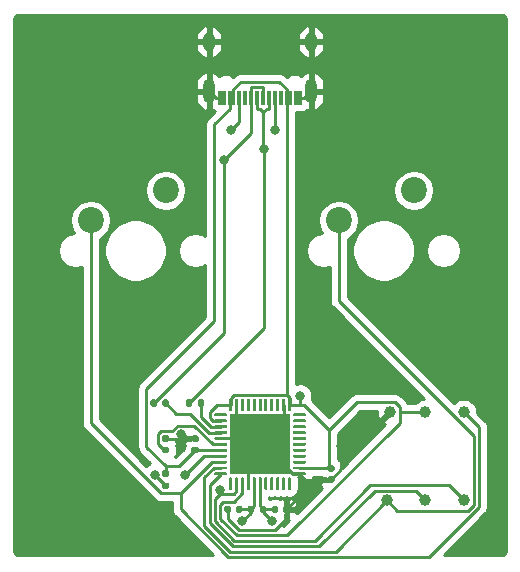
<source format=gbr>
%TF.GenerationSoftware,KiCad,Pcbnew,(5.1.12)-1*%
%TF.CreationDate,2024-08-07T21:15:05+08:00*%
%TF.ProjectId,BKL2xP,424b4c32-7850-42e6-9b69-6361645f7063,1.0*%
%TF.SameCoordinates,Original*%
%TF.FileFunction,Copper,L1,Top*%
%TF.FilePolarity,Positive*%
%FSLAX46Y46*%
G04 Gerber Fmt 4.6, Leading zero omitted, Abs format (unit mm)*
G04 Created by KiCad (PCBNEW (5.1.12)-1) date 2024-08-07 21:15:05*
%MOMM*%
%LPD*%
G01*
G04 APERTURE LIST*
%TA.AperFunction,SMDPad,CuDef*%
%ADD10C,1.000000*%
%TD*%
%TA.AperFunction,ComponentPad*%
%ADD11O,1.000000X2.100000*%
%TD*%
%TA.AperFunction,ComponentPad*%
%ADD12O,1.000000X1.600000*%
%TD*%
%TA.AperFunction,SMDPad,CuDef*%
%ADD13R,0.300000X1.150000*%
%TD*%
%TA.AperFunction,ComponentPad*%
%ADD14C,2.200000*%
%TD*%
%TA.AperFunction,SMDPad,CuDef*%
%ADD15R,5.200000X5.200000*%
%TD*%
%TA.AperFunction,ViaPad*%
%ADD16C,0.800000*%
%TD*%
%TA.AperFunction,Conductor*%
%ADD17C,0.250000*%
%TD*%
%TA.AperFunction,Conductor*%
%ADD18C,0.254000*%
%TD*%
%TA.AperFunction,Conductor*%
%ADD19C,0.100000*%
%TD*%
G04 APERTURE END LIST*
D10*
%TO.P,TP6,1*%
%TO.N,/RST*%
X167250000Y-114250000D03*
%TD*%
%TO.P,TP5,1*%
%TO.N,/MISO*%
X164000000Y-114250000D03*
%TD*%
%TO.P,TP4,1*%
%TO.N,/C1*%
X160750000Y-114250000D03*
%TD*%
%TO.P,TP3,1*%
%TO.N,/C0*%
X167250000Y-106750000D03*
%TD*%
%TO.P,TP2,1*%
%TO.N,/VB*%
X164000000Y-106750000D03*
%TD*%
%TO.P,TP1,1*%
%TO.N,GND*%
X161000000Y-106750000D03*
%TD*%
%TO.P,R6,2*%
%TO.N,/VB*%
%TA.AperFunction,SMDPad,CuDef*%
G36*
G01*
X142185000Y-112250000D02*
X141815000Y-112250000D01*
G75*
G02*
X141680000Y-112115000I0J135000D01*
G01*
X141680000Y-111845000D01*
G75*
G02*
X141815000Y-111710000I135000J0D01*
G01*
X142185000Y-111710000D01*
G75*
G02*
X142320000Y-111845000I0J-135000D01*
G01*
X142320000Y-112115000D01*
G75*
G02*
X142185000Y-112250000I-135000J0D01*
G01*
G37*
%TD.AperFunction*%
%TO.P,R6,1*%
%TO.N,/RST*%
%TA.AperFunction,SMDPad,CuDef*%
G36*
G01*
X142185000Y-113270000D02*
X141815000Y-113270000D01*
G75*
G02*
X141680000Y-113135000I0J135000D01*
G01*
X141680000Y-112865000D01*
G75*
G02*
X141815000Y-112730000I135000J0D01*
G01*
X142185000Y-112730000D01*
G75*
G02*
X142320000Y-112865000I0J-135000D01*
G01*
X142320000Y-113135000D01*
G75*
G02*
X142185000Y-113270000I-135000J0D01*
G01*
G37*
%TD.AperFunction*%
%TD*%
%TO.P,R5,2*%
%TO.N,Net-(C4-Pad2)*%
%TA.AperFunction,SMDPad,CuDef*%
G36*
G01*
X149980000Y-115185000D02*
X149980000Y-114815000D01*
G75*
G02*
X150115000Y-114680000I135000J0D01*
G01*
X150385000Y-114680000D01*
G75*
G02*
X150520000Y-114815000I0J-135000D01*
G01*
X150520000Y-115185000D01*
G75*
G02*
X150385000Y-115320000I-135000J0D01*
G01*
X150115000Y-115320000D01*
G75*
G02*
X149980000Y-115185000I0J135000D01*
G01*
G37*
%TD.AperFunction*%
%TO.P,R5,1*%
%TO.N,Net-(C5-Pad1)*%
%TA.AperFunction,SMDPad,CuDef*%
G36*
G01*
X148960000Y-115185000D02*
X148960000Y-114815000D01*
G75*
G02*
X149095000Y-114680000I135000J0D01*
G01*
X149365000Y-114680000D01*
G75*
G02*
X149500000Y-114815000I0J-135000D01*
G01*
X149500000Y-115185000D01*
G75*
G02*
X149365000Y-115320000I-135000J0D01*
G01*
X149095000Y-115320000D01*
G75*
G02*
X148960000Y-115185000I0J135000D01*
G01*
G37*
%TD.AperFunction*%
%TD*%
%TO.P,C1,2*%
%TO.N,GND*%
%TA.AperFunction,SMDPad,CuDef*%
G36*
G01*
X144670000Y-109300000D02*
X144330000Y-109300000D01*
G75*
G02*
X144190000Y-109160000I0J140000D01*
G01*
X144190000Y-108880000D01*
G75*
G02*
X144330000Y-108740000I140000J0D01*
G01*
X144670000Y-108740000D01*
G75*
G02*
X144810000Y-108880000I0J-140000D01*
G01*
X144810000Y-109160000D01*
G75*
G02*
X144670000Y-109300000I-140000J0D01*
G01*
G37*
%TD.AperFunction*%
%TO.P,C1,1*%
%TO.N,/VB*%
%TA.AperFunction,SMDPad,CuDef*%
G36*
G01*
X144670000Y-110260000D02*
X144330000Y-110260000D01*
G75*
G02*
X144190000Y-110120000I0J140000D01*
G01*
X144190000Y-109840000D01*
G75*
G02*
X144330000Y-109700000I140000J0D01*
G01*
X144670000Y-109700000D01*
G75*
G02*
X144810000Y-109840000I0J-140000D01*
G01*
X144810000Y-110120000D01*
G75*
G02*
X144670000Y-110260000I-140000J0D01*
G01*
G37*
%TD.AperFunction*%
%TD*%
%TO.P,C2,1*%
%TO.N,/VB*%
%TA.AperFunction,SMDPad,CuDef*%
G36*
G01*
X155830000Y-111240000D02*
X156170000Y-111240000D01*
G75*
G02*
X156310000Y-111380000I0J-140000D01*
G01*
X156310000Y-111660000D01*
G75*
G02*
X156170000Y-111800000I-140000J0D01*
G01*
X155830000Y-111800000D01*
G75*
G02*
X155690000Y-111660000I0J140000D01*
G01*
X155690000Y-111380000D01*
G75*
G02*
X155830000Y-111240000I140000J0D01*
G01*
G37*
%TD.AperFunction*%
%TO.P,C2,2*%
%TO.N,GND*%
%TA.AperFunction,SMDPad,CuDef*%
G36*
G01*
X155830000Y-112200000D02*
X156170000Y-112200000D01*
G75*
G02*
X156310000Y-112340000I0J-140000D01*
G01*
X156310000Y-112620000D01*
G75*
G02*
X156170000Y-112760000I-140000J0D01*
G01*
X155830000Y-112760000D01*
G75*
G02*
X155690000Y-112620000I0J140000D01*
G01*
X155690000Y-112340000D01*
G75*
G02*
X155830000Y-112200000I140000J0D01*
G01*
G37*
%TD.AperFunction*%
%TD*%
%TO.P,C4,1*%
%TO.N,GND*%
%TA.AperFunction,SMDPad,CuDef*%
G36*
G01*
X152510000Y-114830000D02*
X152510000Y-115170000D01*
G75*
G02*
X152370000Y-115310000I-140000J0D01*
G01*
X152090000Y-115310000D01*
G75*
G02*
X151950000Y-115170000I0J140000D01*
G01*
X151950000Y-114830000D01*
G75*
G02*
X152090000Y-114690000I140000J0D01*
G01*
X152370000Y-114690000D01*
G75*
G02*
X152510000Y-114830000I0J-140000D01*
G01*
G37*
%TD.AperFunction*%
%TO.P,C4,2*%
%TO.N,Net-(C4-Pad2)*%
%TA.AperFunction,SMDPad,CuDef*%
G36*
G01*
X151550000Y-114830000D02*
X151550000Y-115170000D01*
G75*
G02*
X151410000Y-115310000I-140000J0D01*
G01*
X151130000Y-115310000D01*
G75*
G02*
X150990000Y-115170000I0J140000D01*
G01*
X150990000Y-114830000D01*
G75*
G02*
X151130000Y-114690000I140000J0D01*
G01*
X151410000Y-114690000D01*
G75*
G02*
X151550000Y-114830000I0J-140000D01*
G01*
G37*
%TD.AperFunction*%
%TD*%
%TO.P,C5,2*%
%TO.N,GND*%
%TA.AperFunction,SMDPad,CuDef*%
G36*
G01*
X147550000Y-114830000D02*
X147550000Y-115170000D01*
G75*
G02*
X147410000Y-115310000I-140000J0D01*
G01*
X147130000Y-115310000D01*
G75*
G02*
X146990000Y-115170000I0J140000D01*
G01*
X146990000Y-114830000D01*
G75*
G02*
X147130000Y-114690000I140000J0D01*
G01*
X147410000Y-114690000D01*
G75*
G02*
X147550000Y-114830000I0J-140000D01*
G01*
G37*
%TD.AperFunction*%
%TO.P,C5,1*%
%TO.N,Net-(C5-Pad1)*%
%TA.AperFunction,SMDPad,CuDef*%
G36*
G01*
X148510000Y-114830000D02*
X148510000Y-115170000D01*
G75*
G02*
X148370000Y-115310000I-140000J0D01*
G01*
X148090000Y-115310000D01*
G75*
G02*
X147950000Y-115170000I0J140000D01*
G01*
X147950000Y-114830000D01*
G75*
G02*
X148090000Y-114690000I140000J0D01*
G01*
X148370000Y-114690000D01*
G75*
G02*
X148510000Y-114830000I0J-140000D01*
G01*
G37*
%TD.AperFunction*%
%TD*%
%TO.P,C6,1*%
%TO.N,Net-(C6-Pad1)*%
%TA.AperFunction,SMDPad,CuDef*%
G36*
G01*
X142170000Y-110260000D02*
X141830000Y-110260000D01*
G75*
G02*
X141690000Y-110120000I0J140000D01*
G01*
X141690000Y-109840000D01*
G75*
G02*
X141830000Y-109700000I140000J0D01*
G01*
X142170000Y-109700000D01*
G75*
G02*
X142310000Y-109840000I0J-140000D01*
G01*
X142310000Y-110120000D01*
G75*
G02*
X142170000Y-110260000I-140000J0D01*
G01*
G37*
%TD.AperFunction*%
%TO.P,C6,2*%
%TO.N,GND*%
%TA.AperFunction,SMDPad,CuDef*%
G36*
G01*
X142170000Y-109300000D02*
X141830000Y-109300000D01*
G75*
G02*
X141690000Y-109160000I0J140000D01*
G01*
X141690000Y-108880000D01*
G75*
G02*
X141830000Y-108740000I140000J0D01*
G01*
X142170000Y-108740000D01*
G75*
G02*
X142310000Y-108880000I0J-140000D01*
G01*
X142310000Y-109160000D01*
G75*
G02*
X142170000Y-109300000I-140000J0D01*
G01*
G37*
%TD.AperFunction*%
%TD*%
D11*
%TO.P,J1,S1*%
%TO.N,GND*%
X154320000Y-79605000D03*
X145680000Y-79605000D03*
D12*
X154320000Y-75425000D03*
X145680000Y-75425000D03*
D13*
%TO.P,J1,B1*%
X146950000Y-80170000D03*
%TO.P,J1,B4*%
%TO.N,/VB*%
X147750000Y-80170000D03*
%TO.P,J1,B5*%
%TO.N,Net-(J1-PadB5)*%
X148250000Y-80170000D03*
%TO.P,J1,A8*%
%TO.N,Net-(J1-PadA8)*%
X148750000Y-80170000D03*
%TO.P,J1,B6*%
%TO.N,/DP*%
X149250000Y-80170000D03*
%TO.P,J1,A7*%
%TO.N,/DM*%
X149750000Y-80170000D03*
%TO.P,J1,A6*%
%TO.N,/DP*%
X150250000Y-80170000D03*
%TO.P,J1,B7*%
%TO.N,/DM*%
X150750000Y-80170000D03*
%TO.P,J1,A5*%
%TO.N,Net-(J1-PadA5)*%
X151250000Y-80170000D03*
%TO.P,J1,B8*%
%TO.N,Net-(J1-PadB8)*%
X151750000Y-80170000D03*
%TO.P,J1,A4*%
%TO.N,/VB*%
X152550000Y-80170000D03*
%TO.P,J1,A1*%
%TO.N,GND*%
X153350000Y-80170000D03*
%TO.P,J1,B12*%
X153050000Y-80170000D03*
%TO.P,J1,B9*%
%TO.N,/VB*%
X152250000Y-80170000D03*
%TO.P,J1,A9*%
X147450000Y-80170000D03*
%TO.P,J1,A12*%
%TO.N,GND*%
X146650000Y-80170000D03*
%TD*%
%TO.P,R3,2*%
%TO.N,/DM*%
%TA.AperFunction,SMDPad,CuDef*%
G36*
G01*
X144250000Y-105815000D02*
X144250000Y-106185000D01*
G75*
G02*
X144115000Y-106320000I-135000J0D01*
G01*
X143845000Y-106320000D01*
G75*
G02*
X143710000Y-106185000I0J135000D01*
G01*
X143710000Y-105815000D01*
G75*
G02*
X143845000Y-105680000I135000J0D01*
G01*
X144115000Y-105680000D01*
G75*
G02*
X144250000Y-105815000I0J-135000D01*
G01*
G37*
%TD.AperFunction*%
%TO.P,R3,1*%
%TO.N,Net-(R3-Pad1)*%
%TA.AperFunction,SMDPad,CuDef*%
G36*
G01*
X145270000Y-105815000D02*
X145270000Y-106185000D01*
G75*
G02*
X145135000Y-106320000I-135000J0D01*
G01*
X144865000Y-106320000D01*
G75*
G02*
X144730000Y-106185000I0J135000D01*
G01*
X144730000Y-105815000D01*
G75*
G02*
X144865000Y-105680000I135000J0D01*
G01*
X145135000Y-105680000D01*
G75*
G02*
X145270000Y-105815000I0J-135000D01*
G01*
G37*
%TD.AperFunction*%
%TD*%
%TO.P,R4,1*%
%TO.N,Net-(R4-Pad1)*%
%TA.AperFunction,SMDPad,CuDef*%
G36*
G01*
X142280000Y-105815000D02*
X142280000Y-106185000D01*
G75*
G02*
X142145000Y-106320000I-135000J0D01*
G01*
X141875000Y-106320000D01*
G75*
G02*
X141740000Y-106185000I0J135000D01*
G01*
X141740000Y-105815000D01*
G75*
G02*
X141875000Y-105680000I135000J0D01*
G01*
X142145000Y-105680000D01*
G75*
G02*
X142280000Y-105815000I0J-135000D01*
G01*
G37*
%TD.AperFunction*%
%TO.P,R4,2*%
%TO.N,/DP*%
%TA.AperFunction,SMDPad,CuDef*%
G36*
G01*
X141260000Y-105815000D02*
X141260000Y-106185000D01*
G75*
G02*
X141125000Y-106320000I-135000J0D01*
G01*
X140855000Y-106320000D01*
G75*
G02*
X140720000Y-106185000I0J135000D01*
G01*
X140720000Y-105815000D01*
G75*
G02*
X140855000Y-105680000I135000J0D01*
G01*
X141125000Y-105680000D01*
G75*
G02*
X141260000Y-105815000I0J-135000D01*
G01*
G37*
%TD.AperFunction*%
%TD*%
D14*
%TO.P,SW1,2*%
%TO.N,/C0*%
X135650000Y-90540000D03*
%TO.P,SW1,1*%
%TO.N,Net-(D1-Pad2)*%
X142000000Y-88000000D03*
%TD*%
%TO.P,SW2,1*%
%TO.N,Net-(D1-Pad1)*%
X163000000Y-88000000D03*
%TO.P,SW2,2*%
%TO.N,/C1*%
X156650000Y-90540000D03*
%TD*%
%TO.P,U1,1*%
%TO.N,Net-(U1-Pad1)*%
%TA.AperFunction,SMDPad,CuDef*%
G36*
G01*
X146125000Y-107062500D02*
X146125000Y-106937500D01*
G75*
G02*
X146187500Y-106875000I62500J0D01*
G01*
X147137500Y-106875000D01*
G75*
G02*
X147200000Y-106937500I0J-62500D01*
G01*
X147200000Y-107062500D01*
G75*
G02*
X147137500Y-107125000I-62500J0D01*
G01*
X146187500Y-107125000D01*
G75*
G02*
X146125000Y-107062500I0J62500D01*
G01*
G37*
%TD.AperFunction*%
%TO.P,U1,2*%
%TO.N,/VB*%
%TA.AperFunction,SMDPad,CuDef*%
G36*
G01*
X146125000Y-107562500D02*
X146125000Y-107437500D01*
G75*
G02*
X146187500Y-107375000I62500J0D01*
G01*
X147137500Y-107375000D01*
G75*
G02*
X147200000Y-107437500I0J-62500D01*
G01*
X147200000Y-107562500D01*
G75*
G02*
X147137500Y-107625000I-62500J0D01*
G01*
X146187500Y-107625000D01*
G75*
G02*
X146125000Y-107562500I0J62500D01*
G01*
G37*
%TD.AperFunction*%
%TO.P,U1,3*%
%TO.N,Net-(R3-Pad1)*%
%TA.AperFunction,SMDPad,CuDef*%
G36*
G01*
X146125000Y-108062500D02*
X146125000Y-107937500D01*
G75*
G02*
X146187500Y-107875000I62500J0D01*
G01*
X147137500Y-107875000D01*
G75*
G02*
X147200000Y-107937500I0J-62500D01*
G01*
X147200000Y-108062500D01*
G75*
G02*
X147137500Y-108125000I-62500J0D01*
G01*
X146187500Y-108125000D01*
G75*
G02*
X146125000Y-108062500I0J62500D01*
G01*
G37*
%TD.AperFunction*%
%TO.P,U1,4*%
%TO.N,Net-(R4-Pad1)*%
%TA.AperFunction,SMDPad,CuDef*%
G36*
G01*
X146125000Y-108562500D02*
X146125000Y-108437500D01*
G75*
G02*
X146187500Y-108375000I62500J0D01*
G01*
X147137500Y-108375000D01*
G75*
G02*
X147200000Y-108437500I0J-62500D01*
G01*
X147200000Y-108562500D01*
G75*
G02*
X147137500Y-108625000I-62500J0D01*
G01*
X146187500Y-108625000D01*
G75*
G02*
X146125000Y-108562500I0J62500D01*
G01*
G37*
%TD.AperFunction*%
%TO.P,U1,5*%
%TO.N,GND*%
%TA.AperFunction,SMDPad,CuDef*%
G36*
G01*
X146125000Y-109062500D02*
X146125000Y-108937500D01*
G75*
G02*
X146187500Y-108875000I62500J0D01*
G01*
X147137500Y-108875000D01*
G75*
G02*
X147200000Y-108937500I0J-62500D01*
G01*
X147200000Y-109062500D01*
G75*
G02*
X147137500Y-109125000I-62500J0D01*
G01*
X146187500Y-109125000D01*
G75*
G02*
X146125000Y-109062500I0J62500D01*
G01*
G37*
%TD.AperFunction*%
%TO.P,U1,6*%
%TO.N,Net-(C6-Pad1)*%
%TA.AperFunction,SMDPad,CuDef*%
G36*
G01*
X146125000Y-109562500D02*
X146125000Y-109437500D01*
G75*
G02*
X146187500Y-109375000I62500J0D01*
G01*
X147137500Y-109375000D01*
G75*
G02*
X147200000Y-109437500I0J-62500D01*
G01*
X147200000Y-109562500D01*
G75*
G02*
X147137500Y-109625000I-62500J0D01*
G01*
X146187500Y-109625000D01*
G75*
G02*
X146125000Y-109562500I0J62500D01*
G01*
G37*
%TD.AperFunction*%
%TO.P,U1,7*%
%TO.N,/VB*%
%TA.AperFunction,SMDPad,CuDef*%
G36*
G01*
X146125000Y-110062500D02*
X146125000Y-109937500D01*
G75*
G02*
X146187500Y-109875000I62500J0D01*
G01*
X147137500Y-109875000D01*
G75*
G02*
X147200000Y-109937500I0J-62500D01*
G01*
X147200000Y-110062500D01*
G75*
G02*
X147137500Y-110125000I-62500J0D01*
G01*
X146187500Y-110125000D01*
G75*
G02*
X146125000Y-110062500I0J62500D01*
G01*
G37*
%TD.AperFunction*%
%TO.P,U1,8*%
%TO.N,/R0*%
%TA.AperFunction,SMDPad,CuDef*%
G36*
G01*
X146125000Y-110562500D02*
X146125000Y-110437500D01*
G75*
G02*
X146187500Y-110375000I62500J0D01*
G01*
X147137500Y-110375000D01*
G75*
G02*
X147200000Y-110437500I0J-62500D01*
G01*
X147200000Y-110562500D01*
G75*
G02*
X147137500Y-110625000I-62500J0D01*
G01*
X146187500Y-110625000D01*
G75*
G02*
X146125000Y-110562500I0J62500D01*
G01*
G37*
%TD.AperFunction*%
%TO.P,U1,9*%
%TO.N,/C0*%
%TA.AperFunction,SMDPad,CuDef*%
G36*
G01*
X146125000Y-111062500D02*
X146125000Y-110937500D01*
G75*
G02*
X146187500Y-110875000I62500J0D01*
G01*
X147137500Y-110875000D01*
G75*
G02*
X147200000Y-110937500I0J-62500D01*
G01*
X147200000Y-111062500D01*
G75*
G02*
X147137500Y-111125000I-62500J0D01*
G01*
X146187500Y-111125000D01*
G75*
G02*
X146125000Y-111062500I0J62500D01*
G01*
G37*
%TD.AperFunction*%
%TO.P,U1,10*%
%TO.N,/C1*%
%TA.AperFunction,SMDPad,CuDef*%
G36*
G01*
X146125000Y-111562500D02*
X146125000Y-111437500D01*
G75*
G02*
X146187500Y-111375000I62500J0D01*
G01*
X147137500Y-111375000D01*
G75*
G02*
X147200000Y-111437500I0J-62500D01*
G01*
X147200000Y-111562500D01*
G75*
G02*
X147137500Y-111625000I-62500J0D01*
G01*
X146187500Y-111625000D01*
G75*
G02*
X146125000Y-111562500I0J62500D01*
G01*
G37*
%TD.AperFunction*%
%TO.P,U1,11*%
%TO.N,/MISO*%
%TA.AperFunction,SMDPad,CuDef*%
G36*
G01*
X146125000Y-112062500D02*
X146125000Y-111937500D01*
G75*
G02*
X146187500Y-111875000I62500J0D01*
G01*
X147137500Y-111875000D01*
G75*
G02*
X147200000Y-111937500I0J-62500D01*
G01*
X147200000Y-112062500D01*
G75*
G02*
X147137500Y-112125000I-62500J0D01*
G01*
X146187500Y-112125000D01*
G75*
G02*
X146125000Y-112062500I0J62500D01*
G01*
G37*
%TD.AperFunction*%
%TO.P,U1,12*%
%TO.N,Net-(U1-Pad12)*%
%TA.AperFunction,SMDPad,CuDef*%
G36*
G01*
X147375000Y-113312500D02*
X147375000Y-112362500D01*
G75*
G02*
X147437500Y-112300000I62500J0D01*
G01*
X147562500Y-112300000D01*
G75*
G02*
X147625000Y-112362500I0J-62500D01*
G01*
X147625000Y-113312500D01*
G75*
G02*
X147562500Y-113375000I-62500J0D01*
G01*
X147437500Y-113375000D01*
G75*
G02*
X147375000Y-113312500I0J62500D01*
G01*
G37*
%TD.AperFunction*%
%TO.P,U1,13*%
%TO.N,/RST*%
%TA.AperFunction,SMDPad,CuDef*%
G36*
G01*
X147875000Y-113312500D02*
X147875000Y-112362500D01*
G75*
G02*
X147937500Y-112300000I62500J0D01*
G01*
X148062500Y-112300000D01*
G75*
G02*
X148125000Y-112362500I0J-62500D01*
G01*
X148125000Y-113312500D01*
G75*
G02*
X148062500Y-113375000I-62500J0D01*
G01*
X147937500Y-113375000D01*
G75*
G02*
X147875000Y-113312500I0J62500D01*
G01*
G37*
%TD.AperFunction*%
%TO.P,U1,14*%
%TO.N,/VB*%
%TA.AperFunction,SMDPad,CuDef*%
G36*
G01*
X148375000Y-113312500D02*
X148375000Y-112362500D01*
G75*
G02*
X148437500Y-112300000I62500J0D01*
G01*
X148562500Y-112300000D01*
G75*
G02*
X148625000Y-112362500I0J-62500D01*
G01*
X148625000Y-113312500D01*
G75*
G02*
X148562500Y-113375000I-62500J0D01*
G01*
X148437500Y-113375000D01*
G75*
G02*
X148375000Y-113312500I0J62500D01*
G01*
G37*
%TD.AperFunction*%
%TO.P,U1,15*%
%TO.N,GND*%
%TA.AperFunction,SMDPad,CuDef*%
G36*
G01*
X148875000Y-113312500D02*
X148875000Y-112362500D01*
G75*
G02*
X148937500Y-112300000I62500J0D01*
G01*
X149062500Y-112300000D01*
G75*
G02*
X149125000Y-112362500I0J-62500D01*
G01*
X149125000Y-113312500D01*
G75*
G02*
X149062500Y-113375000I-62500J0D01*
G01*
X148937500Y-113375000D01*
G75*
G02*
X148875000Y-113312500I0J62500D01*
G01*
G37*
%TD.AperFunction*%
%TO.P,U1,16*%
%TO.N,Net-(C5-Pad1)*%
%TA.AperFunction,SMDPad,CuDef*%
G36*
G01*
X149375000Y-113312500D02*
X149375000Y-112362500D01*
G75*
G02*
X149437500Y-112300000I62500J0D01*
G01*
X149562500Y-112300000D01*
G75*
G02*
X149625000Y-112362500I0J-62500D01*
G01*
X149625000Y-113312500D01*
G75*
G02*
X149562500Y-113375000I-62500J0D01*
G01*
X149437500Y-113375000D01*
G75*
G02*
X149375000Y-113312500I0J62500D01*
G01*
G37*
%TD.AperFunction*%
%TO.P,U1,17*%
%TO.N,Net-(C4-Pad2)*%
%TA.AperFunction,SMDPad,CuDef*%
G36*
G01*
X149875000Y-113312500D02*
X149875000Y-112362500D01*
G75*
G02*
X149937500Y-112300000I62500J0D01*
G01*
X150062500Y-112300000D01*
G75*
G02*
X150125000Y-112362500I0J-62500D01*
G01*
X150125000Y-113312500D01*
G75*
G02*
X150062500Y-113375000I-62500J0D01*
G01*
X149937500Y-113375000D01*
G75*
G02*
X149875000Y-113312500I0J62500D01*
G01*
G37*
%TD.AperFunction*%
%TO.P,U1,18*%
%TO.N,Net-(U1-Pad18)*%
%TA.AperFunction,SMDPad,CuDef*%
G36*
G01*
X150375000Y-113312500D02*
X150375000Y-112362500D01*
G75*
G02*
X150437500Y-112300000I62500J0D01*
G01*
X150562500Y-112300000D01*
G75*
G02*
X150625000Y-112362500I0J-62500D01*
G01*
X150625000Y-113312500D01*
G75*
G02*
X150562500Y-113375000I-62500J0D01*
G01*
X150437500Y-113375000D01*
G75*
G02*
X150375000Y-113312500I0J62500D01*
G01*
G37*
%TD.AperFunction*%
%TO.P,U1,19*%
%TO.N,Net-(U1-Pad19)*%
%TA.AperFunction,SMDPad,CuDef*%
G36*
G01*
X150875000Y-113312500D02*
X150875000Y-112362500D01*
G75*
G02*
X150937500Y-112300000I62500J0D01*
G01*
X151062500Y-112300000D01*
G75*
G02*
X151125000Y-112362500I0J-62500D01*
G01*
X151125000Y-113312500D01*
G75*
G02*
X151062500Y-113375000I-62500J0D01*
G01*
X150937500Y-113375000D01*
G75*
G02*
X150875000Y-113312500I0J62500D01*
G01*
G37*
%TD.AperFunction*%
%TO.P,U1,20*%
%TO.N,Net-(U1-Pad20)*%
%TA.AperFunction,SMDPad,CuDef*%
G36*
G01*
X151375000Y-113312500D02*
X151375000Y-112362500D01*
G75*
G02*
X151437500Y-112300000I62500J0D01*
G01*
X151562500Y-112300000D01*
G75*
G02*
X151625000Y-112362500I0J-62500D01*
G01*
X151625000Y-113312500D01*
G75*
G02*
X151562500Y-113375000I-62500J0D01*
G01*
X151437500Y-113375000D01*
G75*
G02*
X151375000Y-113312500I0J62500D01*
G01*
G37*
%TD.AperFunction*%
%TO.P,U1,21*%
%TO.N,Net-(U1-Pad21)*%
%TA.AperFunction,SMDPad,CuDef*%
G36*
G01*
X151875000Y-113312500D02*
X151875000Y-112362500D01*
G75*
G02*
X151937500Y-112300000I62500J0D01*
G01*
X152062500Y-112300000D01*
G75*
G02*
X152125000Y-112362500I0J-62500D01*
G01*
X152125000Y-113312500D01*
G75*
G02*
X152062500Y-113375000I-62500J0D01*
G01*
X151937500Y-113375000D01*
G75*
G02*
X151875000Y-113312500I0J62500D01*
G01*
G37*
%TD.AperFunction*%
%TO.P,U1,22*%
%TO.N,Net-(U1-Pad22)*%
%TA.AperFunction,SMDPad,CuDef*%
G36*
G01*
X152375000Y-113312500D02*
X152375000Y-112362500D01*
G75*
G02*
X152437500Y-112300000I62500J0D01*
G01*
X152562500Y-112300000D01*
G75*
G02*
X152625000Y-112362500I0J-62500D01*
G01*
X152625000Y-113312500D01*
G75*
G02*
X152562500Y-113375000I-62500J0D01*
G01*
X152437500Y-113375000D01*
G75*
G02*
X152375000Y-113312500I0J62500D01*
G01*
G37*
%TD.AperFunction*%
%TO.P,U1,23*%
%TO.N,GND*%
%TA.AperFunction,SMDPad,CuDef*%
G36*
G01*
X152800000Y-112062500D02*
X152800000Y-111937500D01*
G75*
G02*
X152862500Y-111875000I62500J0D01*
G01*
X153812500Y-111875000D01*
G75*
G02*
X153875000Y-111937500I0J-62500D01*
G01*
X153875000Y-112062500D01*
G75*
G02*
X153812500Y-112125000I-62500J0D01*
G01*
X152862500Y-112125000D01*
G75*
G02*
X152800000Y-112062500I0J62500D01*
G01*
G37*
%TD.AperFunction*%
%TO.P,U1,24*%
%TO.N,/VB*%
%TA.AperFunction,SMDPad,CuDef*%
G36*
G01*
X152800000Y-111562500D02*
X152800000Y-111437500D01*
G75*
G02*
X152862500Y-111375000I62500J0D01*
G01*
X153812500Y-111375000D01*
G75*
G02*
X153875000Y-111437500I0J-62500D01*
G01*
X153875000Y-111562500D01*
G75*
G02*
X153812500Y-111625000I-62500J0D01*
G01*
X152862500Y-111625000D01*
G75*
G02*
X152800000Y-111562500I0J62500D01*
G01*
G37*
%TD.AperFunction*%
%TO.P,U1,25*%
%TO.N,Net-(U1-Pad25)*%
%TA.AperFunction,SMDPad,CuDef*%
G36*
G01*
X152800000Y-111062500D02*
X152800000Y-110937500D01*
G75*
G02*
X152862500Y-110875000I62500J0D01*
G01*
X153812500Y-110875000D01*
G75*
G02*
X153875000Y-110937500I0J-62500D01*
G01*
X153875000Y-111062500D01*
G75*
G02*
X153812500Y-111125000I-62500J0D01*
G01*
X152862500Y-111125000D01*
G75*
G02*
X152800000Y-111062500I0J62500D01*
G01*
G37*
%TD.AperFunction*%
%TO.P,U1,26*%
%TO.N,Net-(U1-Pad26)*%
%TA.AperFunction,SMDPad,CuDef*%
G36*
G01*
X152800000Y-110562500D02*
X152800000Y-110437500D01*
G75*
G02*
X152862500Y-110375000I62500J0D01*
G01*
X153812500Y-110375000D01*
G75*
G02*
X153875000Y-110437500I0J-62500D01*
G01*
X153875000Y-110562500D01*
G75*
G02*
X153812500Y-110625000I-62500J0D01*
G01*
X152862500Y-110625000D01*
G75*
G02*
X152800000Y-110562500I0J62500D01*
G01*
G37*
%TD.AperFunction*%
%TO.P,U1,27*%
%TO.N,Net-(U1-Pad27)*%
%TA.AperFunction,SMDPad,CuDef*%
G36*
G01*
X152800000Y-110062500D02*
X152800000Y-109937500D01*
G75*
G02*
X152862500Y-109875000I62500J0D01*
G01*
X153812500Y-109875000D01*
G75*
G02*
X153875000Y-109937500I0J-62500D01*
G01*
X153875000Y-110062500D01*
G75*
G02*
X153812500Y-110125000I-62500J0D01*
G01*
X152862500Y-110125000D01*
G75*
G02*
X152800000Y-110062500I0J62500D01*
G01*
G37*
%TD.AperFunction*%
%TO.P,U1,28*%
%TO.N,Net-(U1-Pad28)*%
%TA.AperFunction,SMDPad,CuDef*%
G36*
G01*
X152800000Y-109562500D02*
X152800000Y-109437500D01*
G75*
G02*
X152862500Y-109375000I62500J0D01*
G01*
X153812500Y-109375000D01*
G75*
G02*
X153875000Y-109437500I0J-62500D01*
G01*
X153875000Y-109562500D01*
G75*
G02*
X153812500Y-109625000I-62500J0D01*
G01*
X152862500Y-109625000D01*
G75*
G02*
X152800000Y-109562500I0J62500D01*
G01*
G37*
%TD.AperFunction*%
%TO.P,U1,29*%
%TO.N,Net-(U1-Pad29)*%
%TA.AperFunction,SMDPad,CuDef*%
G36*
G01*
X152800000Y-109062500D02*
X152800000Y-108937500D01*
G75*
G02*
X152862500Y-108875000I62500J0D01*
G01*
X153812500Y-108875000D01*
G75*
G02*
X153875000Y-108937500I0J-62500D01*
G01*
X153875000Y-109062500D01*
G75*
G02*
X153812500Y-109125000I-62500J0D01*
G01*
X152862500Y-109125000D01*
G75*
G02*
X152800000Y-109062500I0J62500D01*
G01*
G37*
%TD.AperFunction*%
%TO.P,U1,30*%
%TO.N,Net-(U1-Pad30)*%
%TA.AperFunction,SMDPad,CuDef*%
G36*
G01*
X152800000Y-108562500D02*
X152800000Y-108437500D01*
G75*
G02*
X152862500Y-108375000I62500J0D01*
G01*
X153812500Y-108375000D01*
G75*
G02*
X153875000Y-108437500I0J-62500D01*
G01*
X153875000Y-108562500D01*
G75*
G02*
X153812500Y-108625000I-62500J0D01*
G01*
X152862500Y-108625000D01*
G75*
G02*
X152800000Y-108562500I0J62500D01*
G01*
G37*
%TD.AperFunction*%
%TO.P,U1,31*%
%TO.N,Net-(U1-Pad31)*%
%TA.AperFunction,SMDPad,CuDef*%
G36*
G01*
X152800000Y-108062500D02*
X152800000Y-107937500D01*
G75*
G02*
X152862500Y-107875000I62500J0D01*
G01*
X153812500Y-107875000D01*
G75*
G02*
X153875000Y-107937500I0J-62500D01*
G01*
X153875000Y-108062500D01*
G75*
G02*
X153812500Y-108125000I-62500J0D01*
G01*
X152862500Y-108125000D01*
G75*
G02*
X152800000Y-108062500I0J62500D01*
G01*
G37*
%TD.AperFunction*%
%TO.P,U1,32*%
%TO.N,Net-(U1-Pad32)*%
%TA.AperFunction,SMDPad,CuDef*%
G36*
G01*
X152800000Y-107562500D02*
X152800000Y-107437500D01*
G75*
G02*
X152862500Y-107375000I62500J0D01*
G01*
X153812500Y-107375000D01*
G75*
G02*
X153875000Y-107437500I0J-62500D01*
G01*
X153875000Y-107562500D01*
G75*
G02*
X153812500Y-107625000I-62500J0D01*
G01*
X152862500Y-107625000D01*
G75*
G02*
X152800000Y-107562500I0J62500D01*
G01*
G37*
%TD.AperFunction*%
%TO.P,U1,33*%
%TO.N,Net-(U1-Pad33)*%
%TA.AperFunction,SMDPad,CuDef*%
G36*
G01*
X152800000Y-107062500D02*
X152800000Y-106937500D01*
G75*
G02*
X152862500Y-106875000I62500J0D01*
G01*
X153812500Y-106875000D01*
G75*
G02*
X153875000Y-106937500I0J-62500D01*
G01*
X153875000Y-107062500D01*
G75*
G02*
X153812500Y-107125000I-62500J0D01*
G01*
X152862500Y-107125000D01*
G75*
G02*
X152800000Y-107062500I0J62500D01*
G01*
G37*
%TD.AperFunction*%
%TO.P,U1,34*%
%TO.N,/VB*%
%TA.AperFunction,SMDPad,CuDef*%
G36*
G01*
X152375000Y-106637500D02*
X152375000Y-105687500D01*
G75*
G02*
X152437500Y-105625000I62500J0D01*
G01*
X152562500Y-105625000D01*
G75*
G02*
X152625000Y-105687500I0J-62500D01*
G01*
X152625000Y-106637500D01*
G75*
G02*
X152562500Y-106700000I-62500J0D01*
G01*
X152437500Y-106700000D01*
G75*
G02*
X152375000Y-106637500I0J62500D01*
G01*
G37*
%TD.AperFunction*%
%TO.P,U1,35*%
%TO.N,GND*%
%TA.AperFunction,SMDPad,CuDef*%
G36*
G01*
X151875000Y-106637500D02*
X151875000Y-105687500D01*
G75*
G02*
X151937500Y-105625000I62500J0D01*
G01*
X152062500Y-105625000D01*
G75*
G02*
X152125000Y-105687500I0J-62500D01*
G01*
X152125000Y-106637500D01*
G75*
G02*
X152062500Y-106700000I-62500J0D01*
G01*
X151937500Y-106700000D01*
G75*
G02*
X151875000Y-106637500I0J62500D01*
G01*
G37*
%TD.AperFunction*%
%TO.P,U1,36*%
%TO.N,Net-(U1-Pad36)*%
%TA.AperFunction,SMDPad,CuDef*%
G36*
G01*
X151375000Y-106637500D02*
X151375000Y-105687500D01*
G75*
G02*
X151437500Y-105625000I62500J0D01*
G01*
X151562500Y-105625000D01*
G75*
G02*
X151625000Y-105687500I0J-62500D01*
G01*
X151625000Y-106637500D01*
G75*
G02*
X151562500Y-106700000I-62500J0D01*
G01*
X151437500Y-106700000D01*
G75*
G02*
X151375000Y-106637500I0J62500D01*
G01*
G37*
%TD.AperFunction*%
%TO.P,U1,37*%
%TO.N,Net-(U1-Pad37)*%
%TA.AperFunction,SMDPad,CuDef*%
G36*
G01*
X150875000Y-106637500D02*
X150875000Y-105687500D01*
G75*
G02*
X150937500Y-105625000I62500J0D01*
G01*
X151062500Y-105625000D01*
G75*
G02*
X151125000Y-105687500I0J-62500D01*
G01*
X151125000Y-106637500D01*
G75*
G02*
X151062500Y-106700000I-62500J0D01*
G01*
X150937500Y-106700000D01*
G75*
G02*
X150875000Y-106637500I0J62500D01*
G01*
G37*
%TD.AperFunction*%
%TO.P,U1,38*%
%TO.N,Net-(U1-Pad38)*%
%TA.AperFunction,SMDPad,CuDef*%
G36*
G01*
X150375000Y-106637500D02*
X150375000Y-105687500D01*
G75*
G02*
X150437500Y-105625000I62500J0D01*
G01*
X150562500Y-105625000D01*
G75*
G02*
X150625000Y-105687500I0J-62500D01*
G01*
X150625000Y-106637500D01*
G75*
G02*
X150562500Y-106700000I-62500J0D01*
G01*
X150437500Y-106700000D01*
G75*
G02*
X150375000Y-106637500I0J62500D01*
G01*
G37*
%TD.AperFunction*%
%TO.P,U1,39*%
%TO.N,Net-(U1-Pad39)*%
%TA.AperFunction,SMDPad,CuDef*%
G36*
G01*
X149875000Y-106637500D02*
X149875000Y-105687500D01*
G75*
G02*
X149937500Y-105625000I62500J0D01*
G01*
X150062500Y-105625000D01*
G75*
G02*
X150125000Y-105687500I0J-62500D01*
G01*
X150125000Y-106637500D01*
G75*
G02*
X150062500Y-106700000I-62500J0D01*
G01*
X149937500Y-106700000D01*
G75*
G02*
X149875000Y-106637500I0J62500D01*
G01*
G37*
%TD.AperFunction*%
%TO.P,U1,40*%
%TO.N,Net-(U1-Pad40)*%
%TA.AperFunction,SMDPad,CuDef*%
G36*
G01*
X149375000Y-106637500D02*
X149375000Y-105687500D01*
G75*
G02*
X149437500Y-105625000I62500J0D01*
G01*
X149562500Y-105625000D01*
G75*
G02*
X149625000Y-105687500I0J-62500D01*
G01*
X149625000Y-106637500D01*
G75*
G02*
X149562500Y-106700000I-62500J0D01*
G01*
X149437500Y-106700000D01*
G75*
G02*
X149375000Y-106637500I0J62500D01*
G01*
G37*
%TD.AperFunction*%
%TO.P,U1,41*%
%TO.N,Net-(U1-Pad41)*%
%TA.AperFunction,SMDPad,CuDef*%
G36*
G01*
X148875000Y-106637500D02*
X148875000Y-105687500D01*
G75*
G02*
X148937500Y-105625000I62500J0D01*
G01*
X149062500Y-105625000D01*
G75*
G02*
X149125000Y-105687500I0J-62500D01*
G01*
X149125000Y-106637500D01*
G75*
G02*
X149062500Y-106700000I-62500J0D01*
G01*
X148937500Y-106700000D01*
G75*
G02*
X148875000Y-106637500I0J62500D01*
G01*
G37*
%TD.AperFunction*%
%TO.P,U1,42*%
%TO.N,Net-(U1-Pad42)*%
%TA.AperFunction,SMDPad,CuDef*%
G36*
G01*
X148375000Y-106637500D02*
X148375000Y-105687500D01*
G75*
G02*
X148437500Y-105625000I62500J0D01*
G01*
X148562500Y-105625000D01*
G75*
G02*
X148625000Y-105687500I0J-62500D01*
G01*
X148625000Y-106637500D01*
G75*
G02*
X148562500Y-106700000I-62500J0D01*
G01*
X148437500Y-106700000D01*
G75*
G02*
X148375000Y-106637500I0J62500D01*
G01*
G37*
%TD.AperFunction*%
%TO.P,U1,43*%
%TO.N,GND*%
%TA.AperFunction,SMDPad,CuDef*%
G36*
G01*
X147875000Y-106637500D02*
X147875000Y-105687500D01*
G75*
G02*
X147937500Y-105625000I62500J0D01*
G01*
X148062500Y-105625000D01*
G75*
G02*
X148125000Y-105687500I0J-62500D01*
G01*
X148125000Y-106637500D01*
G75*
G02*
X148062500Y-106700000I-62500J0D01*
G01*
X147937500Y-106700000D01*
G75*
G02*
X147875000Y-106637500I0J62500D01*
G01*
G37*
%TD.AperFunction*%
%TO.P,U1,44*%
%TO.N,/VB*%
%TA.AperFunction,SMDPad,CuDef*%
G36*
G01*
X147375000Y-106637500D02*
X147375000Y-105687500D01*
G75*
G02*
X147437500Y-105625000I62500J0D01*
G01*
X147562500Y-105625000D01*
G75*
G02*
X147625000Y-105687500I0J-62500D01*
G01*
X147625000Y-106637500D01*
G75*
G02*
X147562500Y-106700000I-62500J0D01*
G01*
X147437500Y-106700000D01*
G75*
G02*
X147375000Y-106637500I0J62500D01*
G01*
G37*
%TD.AperFunction*%
D15*
%TO.P,U1,45*%
%TO.N,GND*%
X150000000Y-109500000D03*
%TD*%
D16*
%TO.N,GND*%
X143342600Y-108633000D03*
X156879700Y-109638800D03*
%TO.N,/VB*%
X153403800Y-105370600D03*
%TO.N,Net-(C4-Pad2)*%
X151000000Y-116000000D03*
%TO.N,Net-(C5-Pad1)*%
X148500000Y-116000000D03*
%TO.N,/R0*%
X143671400Y-112118300D03*
%TO.N,Net-(J1-PadB5)*%
X147517800Y-82903900D03*
%TO.N,/DP*%
X146955000Y-85436600D03*
%TO.N,/DM*%
X150358700Y-84500000D03*
%TO.N,Net-(J1-PadA5)*%
X151250000Y-82921000D03*
%TO.N,/RST*%
X146641800Y-113345900D03*
X141075300Y-112075300D03*
%TD*%
D17*
%TO.N,GND*%
X143342600Y-109020000D02*
X144500000Y-109020000D01*
X142000000Y-109020000D02*
X143342600Y-109020000D01*
X143342600Y-108633000D02*
X143342600Y-109020000D01*
X148000000Y-108500000D02*
X147500000Y-109000000D01*
X147500000Y-109000000D02*
X146662500Y-109000000D01*
X156879700Y-109638800D02*
X156879700Y-111608400D01*
X156879700Y-111608400D02*
X156008100Y-112480000D01*
X156008100Y-112480000D02*
X156000000Y-112480000D01*
X156879700Y-109638800D02*
X158111200Y-109638800D01*
X158111200Y-109638800D02*
X161000000Y-106750000D01*
X152230000Y-115000000D02*
X152230000Y-115799400D01*
X152230000Y-115799400D02*
X151298700Y-116730700D01*
X151298700Y-116730700D02*
X148190400Y-116730700D01*
X148190400Y-116730700D02*
X147270000Y-115810300D01*
X147270000Y-115810300D02*
X147270000Y-115000000D01*
X153817500Y-112480000D02*
X153817500Y-113412500D01*
X153817500Y-113412500D02*
X152230000Y-115000000D01*
X153817500Y-112480000D02*
X156000000Y-112480000D01*
X153337500Y-112000000D02*
X153817500Y-112480000D01*
X150125700Y-109374300D02*
X152751400Y-112000000D01*
X152751400Y-112000000D02*
X153337500Y-112000000D01*
X150125700Y-109374300D02*
X150000000Y-109500000D01*
X152000000Y-106162500D02*
X152000000Y-107500000D01*
X152000000Y-107500000D02*
X150125700Y-109374300D01*
X149000000Y-109500000D02*
X149000000Y-112837500D01*
X149000000Y-109500000D02*
X148000000Y-108500000D01*
X150000000Y-109500000D02*
X149000000Y-109500000D01*
X148000000Y-106162500D02*
X148000000Y-108500000D01*
X154320000Y-79605000D02*
X153755000Y-80170000D01*
X153755000Y-80170000D02*
X153350000Y-80170000D01*
X154320000Y-76550300D02*
X154320000Y-79605000D01*
X145680000Y-79605000D02*
X145680000Y-76550300D01*
X146650000Y-80170000D02*
X146245000Y-80170000D01*
X146245000Y-80170000D02*
X145680000Y-79605000D01*
X145680000Y-75425000D02*
X145680000Y-76550300D01*
X153350000Y-80170000D02*
X153050000Y-80170000D01*
X146650000Y-80170000D02*
X146950000Y-80170000D01*
X154320000Y-75425000D02*
X154320000Y-76550300D01*
%TO.N,/VB*%
X161833000Y-106750000D02*
X161833000Y-107653200D01*
X161833000Y-107653200D02*
X152297100Y-117189100D01*
X152297100Y-117189100D02*
X148009500Y-117189100D01*
X148009500Y-117189100D02*
X146646700Y-115826300D01*
X146646700Y-115826300D02*
X146646700Y-114589200D01*
X146646700Y-114589200D02*
X146871800Y-114364100D01*
X146871800Y-114364100D02*
X147789800Y-114364100D01*
X147789800Y-114364100D02*
X148500000Y-113653900D01*
X148500000Y-113653900D02*
X148500000Y-112837500D01*
X155819300Y-108278700D02*
X158176000Y-105922000D01*
X158176000Y-105922000D02*
X161419100Y-105922000D01*
X161419100Y-105922000D02*
X161833000Y-106335900D01*
X161833000Y-106335900D02*
X161833000Y-106750000D01*
X161833000Y-106750000D02*
X164000000Y-106750000D01*
X155819300Y-111339300D02*
X156000000Y-111520000D01*
X155819300Y-108278700D02*
X155819300Y-111339300D01*
X153403800Y-106162500D02*
X153703100Y-106162500D01*
X153703100Y-106162500D02*
X155819300Y-108278700D01*
X153337500Y-111500000D02*
X155658600Y-111500000D01*
X155658600Y-111500000D02*
X155819300Y-111339300D01*
X147500000Y-106162500D02*
X146366900Y-106162500D01*
X146366900Y-106162500D02*
X145795700Y-106733700D01*
X145795700Y-106733700D02*
X145795700Y-107263200D01*
X145795700Y-107263200D02*
X146032500Y-107500000D01*
X146032500Y-107500000D02*
X146662500Y-107500000D01*
X147500000Y-106162500D02*
X147500000Y-105559800D01*
X147500000Y-105559800D02*
X147774300Y-105285500D01*
X147774300Y-105285500D02*
X152250000Y-105285500D01*
X153403800Y-106162500D02*
X153403800Y-105370600D01*
X152500000Y-106162500D02*
X153403800Y-106162500D01*
X152250000Y-105285500D02*
X152500000Y-105535500D01*
X152500000Y-105535500D02*
X152500000Y-106162500D01*
X152250000Y-105285500D02*
X152250000Y-81070300D01*
X152250000Y-80170000D02*
X152250000Y-81070300D01*
X147450000Y-81070300D02*
X146114600Y-82405700D01*
X146114600Y-82405700D02*
X146114600Y-99040700D01*
X146114600Y-99040700D02*
X140384600Y-104770700D01*
X140384600Y-104770700D02*
X140384600Y-109743100D01*
X140384600Y-109743100D02*
X142000000Y-111358500D01*
X152250000Y-80170000D02*
X152250000Y-79416000D01*
X152250000Y-79416000D02*
X151645300Y-78811300D01*
X151645300Y-78811300D02*
X148360700Y-78811300D01*
X148360700Y-78811300D02*
X147750000Y-79422000D01*
X147750000Y-79422000D02*
X147750000Y-80170000D01*
X142000000Y-111358500D02*
X142000000Y-111980000D01*
X142000000Y-111358500D02*
X143121500Y-111358500D01*
X143121500Y-111358500D02*
X144500000Y-109980000D01*
X147450000Y-80170000D02*
X147450000Y-81070300D01*
X147450000Y-80170000D02*
X147750000Y-80170000D01*
X146662500Y-110000000D02*
X146642500Y-109980000D01*
X146642500Y-109980000D02*
X144500000Y-109980000D01*
X152550000Y-80170000D02*
X152250000Y-80170000D01*
%TO.N,Net-(C4-Pad2)*%
X150000000Y-112838000D02*
X150000000Y-112837500D01*
X150000000Y-112838000D02*
X150000000Y-114750000D01*
X150000000Y-114750000D02*
X150250000Y-115000000D01*
X150250000Y-115000000D02*
X151270000Y-115000000D01*
X150250000Y-115000000D02*
X150250000Y-115250000D01*
X150250000Y-115250000D02*
X151000000Y-116000000D01*
%TO.N,Net-(C5-Pad1)*%
X149500000Y-112838000D02*
X149500000Y-112837500D01*
X149500000Y-112838000D02*
X149500000Y-114730000D01*
X149500000Y-114730000D02*
X149230000Y-115000000D01*
X149230000Y-115000000D02*
X148230000Y-115000000D01*
X149230000Y-115000000D02*
X149230000Y-115270000D01*
X149230000Y-115270000D02*
X148500000Y-116000000D01*
%TO.N,Net-(C6-Pad1)*%
X146662500Y-109500000D02*
X146025800Y-109500000D01*
X146025800Y-109500000D02*
X144433500Y-107907700D01*
X144433500Y-107907700D02*
X143042200Y-107907700D01*
X143042200Y-107907700D02*
X142564200Y-108385700D01*
X142564200Y-108385700D02*
X142564200Y-108385800D01*
X142564200Y-108385800D02*
X141601100Y-108385800D01*
X141601100Y-108385800D02*
X141356600Y-108630300D01*
X141356600Y-108630300D02*
X141356600Y-109462900D01*
X141356600Y-109462900D02*
X141873700Y-109980000D01*
X141873700Y-109980000D02*
X142000000Y-109980000D01*
%TO.N,/R0*%
X143671400Y-112118300D02*
X145289700Y-110500000D01*
X145289700Y-110500000D02*
X146662500Y-110500000D01*
%TO.N,Net-(J1-PadB5)*%
X148250000Y-80170000D02*
X148250000Y-82171700D01*
X148250000Y-82171700D02*
X147517800Y-82903900D01*
%TO.N,/DP*%
X149250000Y-80170000D02*
X149250000Y-79269700D01*
X150250000Y-80170000D02*
X150250000Y-79269700D01*
X150250000Y-79269700D02*
X149250000Y-79269700D01*
X146955000Y-85436600D02*
X149250000Y-83141600D01*
X149250000Y-83141600D02*
X149250000Y-80170000D01*
X140990000Y-106000000D02*
X146955000Y-100035000D01*
X146955000Y-100035000D02*
X146955000Y-85436600D01*
%TO.N,/DM*%
X149750000Y-80170000D02*
X149750000Y-81070300D01*
X150750000Y-80170000D02*
X150750000Y-81070300D01*
X150287800Y-81397200D02*
X150287800Y-84429100D01*
X150287800Y-84429100D02*
X150358700Y-84500000D01*
X150750000Y-81070300D02*
X150614700Y-81070300D01*
X150614700Y-81070300D02*
X150287800Y-81397200D01*
X149750000Y-81070300D02*
X149960900Y-81070300D01*
X149960900Y-81070300D02*
X150287800Y-81397200D01*
X150358700Y-84500000D02*
X150358700Y-99621300D01*
X150358700Y-99621300D02*
X143980000Y-106000000D01*
%TO.N,Net-(J1-PadA5)*%
X151250000Y-82921000D02*
X151250000Y-80170000D01*
%TO.N,Net-(R3-Pad1)*%
X145000000Y-106000000D02*
X145000000Y-107180000D01*
X145000000Y-107180000D02*
X145820000Y-108000000D01*
X145820000Y-108000000D02*
X146662500Y-108000000D01*
%TO.N,Net-(R4-Pad1)*%
X142010000Y-106000000D02*
X142902200Y-106892200D01*
X142902200Y-106892200D02*
X144054900Y-106892200D01*
X144054900Y-106892200D02*
X145662700Y-108500000D01*
X145662700Y-108500000D02*
X146662500Y-108500000D01*
%TO.N,/C0*%
X143278100Y-113641700D02*
X143278100Y-115005300D01*
X143278100Y-115005300D02*
X147297900Y-119025100D01*
X147297900Y-119025100D02*
X164298700Y-119025100D01*
X164298700Y-119025100D02*
X168546500Y-114777300D01*
X168546500Y-114777300D02*
X168546500Y-108046500D01*
X168546500Y-108046500D02*
X167250000Y-106750000D01*
X143278100Y-113641700D02*
X145919800Y-111000000D01*
X145919800Y-111000000D02*
X146662500Y-111000000D01*
X135650000Y-90540000D02*
X135650000Y-107684000D01*
X135650000Y-107684000D02*
X141607700Y-113641700D01*
X141607700Y-113641700D02*
X143278100Y-113641700D01*
%TO.N,/C1*%
X146662500Y-111500000D02*
X146072400Y-111500000D01*
X146072400Y-111500000D02*
X145287500Y-112284900D01*
X145287500Y-112284900D02*
X145287500Y-116377800D01*
X145287500Y-116377800D02*
X147484500Y-118574800D01*
X147484500Y-118574800D02*
X156425200Y-118574800D01*
X156425200Y-118574800D02*
X160750000Y-114250000D01*
X156650000Y-90540000D02*
X156650000Y-97317300D01*
X156650000Y-97317300D02*
X168096200Y-108763500D01*
X168096200Y-108763500D02*
X168096200Y-114590700D01*
X168096200Y-114590700D02*
X167568400Y-115118500D01*
X167568400Y-115118500D02*
X161618500Y-115118500D01*
X161618500Y-115118500D02*
X160750000Y-114250000D01*
%TO.N,/RST*%
X167250000Y-114250000D02*
X165971300Y-112971300D01*
X165971300Y-112971300D02*
X159305900Y-112971300D01*
X159305900Y-112971300D02*
X154637800Y-117639400D01*
X154637800Y-117639400D02*
X147822900Y-117639400D01*
X147822900Y-117639400D02*
X146193900Y-116010400D01*
X146193900Y-116010400D02*
X146193900Y-114157400D01*
X146193900Y-114157400D02*
X146646700Y-113704600D01*
X146646700Y-113704600D02*
X146641800Y-113699700D01*
X146641800Y-113699700D02*
X146641800Y-113345900D01*
X146646700Y-113704600D02*
X147761700Y-113704600D01*
X147761700Y-113704600D02*
X148000000Y-113466300D01*
X148000000Y-113466300D02*
X148000000Y-112837500D01*
X142000000Y-113000000D02*
X141075300Y-112075300D01*
%TO.N,/MISO*%
X146662500Y-112000000D02*
X145737900Y-112924600D01*
X145737900Y-112924600D02*
X145737900Y-116191300D01*
X145737900Y-116191300D02*
X147671000Y-118124400D01*
X147671000Y-118124400D02*
X155023700Y-118124400D01*
X155023700Y-118124400D02*
X159726400Y-113421700D01*
X159726400Y-113421700D02*
X163171700Y-113421700D01*
X163171700Y-113421700D02*
X164000000Y-114250000D01*
%TD*%
D18*
%TO.N,GND*%
X170565424Y-73169580D02*
X170628356Y-73188580D01*
X170686405Y-73219445D01*
X170737343Y-73260989D01*
X170779248Y-73311644D01*
X170810515Y-73369471D01*
X170829956Y-73432272D01*
X170840001Y-73527845D01*
X170840000Y-118467721D01*
X170830420Y-118565424D01*
X170811420Y-118628357D01*
X170780554Y-118686406D01*
X170739011Y-118737343D01*
X170688356Y-118779248D01*
X170630529Y-118810515D01*
X170567728Y-118829956D01*
X170472165Y-118840000D01*
X165558601Y-118840000D01*
X169057504Y-115341098D01*
X169086501Y-115317301D01*
X169181474Y-115201576D01*
X169252046Y-115069547D01*
X169295503Y-114926286D01*
X169306500Y-114814633D01*
X169306500Y-114814624D01*
X169310176Y-114777301D01*
X169306500Y-114739978D01*
X169306500Y-108083823D01*
X169310176Y-108046500D01*
X169306500Y-108009177D01*
X169306500Y-108009167D01*
X169295503Y-107897514D01*
X169252046Y-107754253D01*
X169243732Y-107738699D01*
X169181474Y-107622223D01*
X169110299Y-107535497D01*
X169086501Y-107506499D01*
X169057503Y-107482701D01*
X168385000Y-106810199D01*
X168385000Y-106638212D01*
X168341383Y-106418933D01*
X168255824Y-106212376D01*
X168131612Y-106026480D01*
X167973520Y-105868388D01*
X167787624Y-105744176D01*
X167581067Y-105658617D01*
X167361788Y-105615000D01*
X167138212Y-105615000D01*
X166918933Y-105658617D01*
X166712376Y-105744176D01*
X166526480Y-105868388D01*
X166401185Y-105993683D01*
X157410000Y-97002499D01*
X157410000Y-92820475D01*
X157825000Y-92820475D01*
X157825000Y-93339525D01*
X157926261Y-93848601D01*
X158124893Y-94328141D01*
X158413262Y-94759715D01*
X158780285Y-95126738D01*
X159211859Y-95415107D01*
X159691399Y-95613739D01*
X160200475Y-95715000D01*
X160719525Y-95715000D01*
X161228601Y-95613739D01*
X161708141Y-95415107D01*
X162139715Y-95126738D01*
X162506738Y-94759715D01*
X162795107Y-94328141D01*
X162993739Y-93848601D01*
X163095000Y-93339525D01*
X163095000Y-92933740D01*
X164055000Y-92933740D01*
X164055000Y-93226260D01*
X164112068Y-93513158D01*
X164224010Y-93783411D01*
X164386525Y-94026632D01*
X164593368Y-94233475D01*
X164836589Y-94395990D01*
X165106842Y-94507932D01*
X165393740Y-94565000D01*
X165686260Y-94565000D01*
X165973158Y-94507932D01*
X166243411Y-94395990D01*
X166486632Y-94233475D01*
X166693475Y-94026632D01*
X166855990Y-93783411D01*
X166967932Y-93513158D01*
X167025000Y-93226260D01*
X167025000Y-92933740D01*
X166967932Y-92646842D01*
X166855990Y-92376589D01*
X166693475Y-92133368D01*
X166486632Y-91926525D01*
X166243411Y-91764010D01*
X165973158Y-91652068D01*
X165686260Y-91595000D01*
X165393740Y-91595000D01*
X165106842Y-91652068D01*
X164836589Y-91764010D01*
X164593368Y-91926525D01*
X164386525Y-92133368D01*
X164224010Y-92376589D01*
X164112068Y-92646842D01*
X164055000Y-92933740D01*
X163095000Y-92933740D01*
X163095000Y-92820475D01*
X162993739Y-92311399D01*
X162795107Y-91831859D01*
X162506738Y-91400285D01*
X162139715Y-91033262D01*
X161708141Y-90744893D01*
X161228601Y-90546261D01*
X160719525Y-90445000D01*
X160200475Y-90445000D01*
X159691399Y-90546261D01*
X159211859Y-90744893D01*
X158780285Y-91033262D01*
X158413262Y-91400285D01*
X158124893Y-91831859D01*
X157926261Y-92311399D01*
X157825000Y-92820475D01*
X157410000Y-92820475D01*
X157410000Y-92103148D01*
X157471831Y-92077537D01*
X157755998Y-91887663D01*
X157997663Y-91645998D01*
X158187537Y-91361831D01*
X158318325Y-91046081D01*
X158385000Y-90710883D01*
X158385000Y-90369117D01*
X158318325Y-90033919D01*
X158187537Y-89718169D01*
X157997663Y-89434002D01*
X157755998Y-89192337D01*
X157471831Y-89002463D01*
X157156081Y-88871675D01*
X156820883Y-88805000D01*
X156479117Y-88805000D01*
X156143919Y-88871675D01*
X155828169Y-89002463D01*
X155544002Y-89192337D01*
X155302337Y-89434002D01*
X155112463Y-89718169D01*
X154981675Y-90033919D01*
X154915000Y-90369117D01*
X154915000Y-90710883D01*
X154981675Y-91046081D01*
X155112463Y-91361831D01*
X155268261Y-91595000D01*
X155233740Y-91595000D01*
X154946842Y-91652068D01*
X154676589Y-91764010D01*
X154433368Y-91926525D01*
X154226525Y-92133368D01*
X154064010Y-92376589D01*
X153952068Y-92646842D01*
X153895000Y-92933740D01*
X153895000Y-93226260D01*
X153952068Y-93513158D01*
X154064010Y-93783411D01*
X154226525Y-94026632D01*
X154433368Y-94233475D01*
X154676589Y-94395990D01*
X154946842Y-94507932D01*
X155233740Y-94565000D01*
X155526260Y-94565000D01*
X155813158Y-94507932D01*
X155890001Y-94476103D01*
X155890001Y-97279968D01*
X155886324Y-97317300D01*
X155900998Y-97466285D01*
X155944454Y-97609546D01*
X156015026Y-97741576D01*
X156086201Y-97828302D01*
X156110000Y-97857301D01*
X156138998Y-97881099D01*
X163875439Y-105617541D01*
X163668933Y-105658617D01*
X163462376Y-105744176D01*
X163276480Y-105868388D01*
X163154868Y-105990000D01*
X162509867Y-105990000D01*
X162467974Y-105911624D01*
X162373001Y-105795899D01*
X162343998Y-105772097D01*
X161982904Y-105411003D01*
X161959101Y-105381999D01*
X161843376Y-105287026D01*
X161711347Y-105216454D01*
X161568086Y-105172997D01*
X161456433Y-105162000D01*
X161456422Y-105162000D01*
X161419100Y-105158324D01*
X161381778Y-105162000D01*
X158213322Y-105162000D01*
X158175999Y-105158324D01*
X158138676Y-105162000D01*
X158138667Y-105162000D01*
X158027014Y-105172997D01*
X157883753Y-105216454D01*
X157751723Y-105287026D01*
X157708094Y-105322832D01*
X157635999Y-105381999D01*
X157612201Y-105410997D01*
X155819300Y-107203899D01*
X154366478Y-105751076D01*
X154399026Y-105672498D01*
X154438800Y-105472539D01*
X154438800Y-105268661D01*
X154399026Y-105068702D01*
X154321005Y-104880344D01*
X154207737Y-104710826D01*
X154063574Y-104566663D01*
X153894056Y-104453395D01*
X153705698Y-104375374D01*
X153505739Y-104335600D01*
X153301861Y-104335600D01*
X153101902Y-104375374D01*
X153010000Y-104413441D01*
X153010000Y-87829117D01*
X161265000Y-87829117D01*
X161265000Y-88170883D01*
X161331675Y-88506081D01*
X161462463Y-88821831D01*
X161652337Y-89105998D01*
X161894002Y-89347663D01*
X162178169Y-89537537D01*
X162493919Y-89668325D01*
X162829117Y-89735000D01*
X163170883Y-89735000D01*
X163506081Y-89668325D01*
X163821831Y-89537537D01*
X164105998Y-89347663D01*
X164347663Y-89105998D01*
X164537537Y-88821831D01*
X164668325Y-88506081D01*
X164735000Y-88170883D01*
X164735000Y-87829117D01*
X164668325Y-87493919D01*
X164537537Y-87178169D01*
X164347663Y-86894002D01*
X164105998Y-86652337D01*
X163821831Y-86462463D01*
X163506081Y-86331675D01*
X163170883Y-86265000D01*
X162829117Y-86265000D01*
X162493919Y-86331675D01*
X162178169Y-86462463D01*
X161894002Y-86652337D01*
X161652337Y-86894002D01*
X161462463Y-87178169D01*
X161331675Y-87493919D01*
X161265000Y-87829117D01*
X153010000Y-87829117D01*
X153010000Y-81350932D01*
X153064408Y-81368499D01*
X153168250Y-81380000D01*
X153200000Y-81348250D01*
X153231750Y-81380000D01*
X153335592Y-81368499D01*
X153454625Y-81330066D01*
X153472082Y-81320332D01*
X153531750Y-81380000D01*
X153635592Y-81368499D01*
X153754625Y-81330066D01*
X153863873Y-81269149D01*
X153926113Y-81216190D01*
X154018126Y-81249119D01*
X154193000Y-81122954D01*
X154193000Y-79732000D01*
X154447000Y-79732000D01*
X154447000Y-81122954D01*
X154621874Y-81249119D01*
X154844976Y-81169276D01*
X155032764Y-81047369D01*
X155193161Y-80891169D01*
X155320003Y-80706678D01*
X155408415Y-80500987D01*
X155455000Y-80282000D01*
X155455000Y-79732000D01*
X154447000Y-79732000D01*
X154193000Y-79732000D01*
X154173000Y-79732000D01*
X154173000Y-79478000D01*
X154193000Y-79478000D01*
X154193000Y-78087046D01*
X154447000Y-78087046D01*
X154447000Y-79478000D01*
X155455000Y-79478000D01*
X155455000Y-78928000D01*
X155408415Y-78709013D01*
X155320003Y-78503322D01*
X155193161Y-78318831D01*
X155032764Y-78162631D01*
X154844976Y-78040724D01*
X154621874Y-77960881D01*
X154447000Y-78087046D01*
X154193000Y-78087046D01*
X154018126Y-77960881D01*
X153795024Y-78040724D01*
X153607236Y-78162631D01*
X153446839Y-78318831D01*
X153445117Y-78321335D01*
X153344731Y-78254259D01*
X153170022Y-78181892D01*
X152984552Y-78145000D01*
X152795448Y-78145000D01*
X152609978Y-78181892D01*
X152435269Y-78254259D01*
X152278036Y-78359319D01*
X152273078Y-78364277D01*
X152209103Y-78300302D01*
X152185301Y-78271299D01*
X152069576Y-78176326D01*
X151937547Y-78105754D01*
X151794286Y-78062297D01*
X151682633Y-78051300D01*
X151682622Y-78051300D01*
X151645300Y-78047624D01*
X151607978Y-78051300D01*
X148398022Y-78051300D01*
X148360699Y-78047624D01*
X148323376Y-78051300D01*
X148323367Y-78051300D01*
X148211714Y-78062297D01*
X148068453Y-78105754D01*
X147936424Y-78176326D01*
X147820699Y-78271299D01*
X147796900Y-78300298D01*
X147729922Y-78367277D01*
X147721964Y-78359319D01*
X147564731Y-78254259D01*
X147390022Y-78181892D01*
X147204552Y-78145000D01*
X147015448Y-78145000D01*
X146829978Y-78181892D01*
X146655269Y-78254259D01*
X146554883Y-78321335D01*
X146553161Y-78318831D01*
X146392764Y-78162631D01*
X146204976Y-78040724D01*
X145981874Y-77960881D01*
X145807000Y-78087046D01*
X145807000Y-79478000D01*
X145827000Y-79478000D01*
X145827000Y-79732000D01*
X145807000Y-79732000D01*
X145807000Y-81122954D01*
X145981874Y-81249119D01*
X146073887Y-81216190D01*
X146136127Y-81269149D01*
X146161950Y-81283548D01*
X145603603Y-81841896D01*
X145574599Y-81865699D01*
X145539331Y-81908674D01*
X145479626Y-81981424D01*
X145416265Y-82099963D01*
X145409054Y-82113454D01*
X145365597Y-82256715D01*
X145354600Y-82368368D01*
X145354600Y-82368378D01*
X145350924Y-82405700D01*
X145354600Y-82443022D01*
X145354601Y-91838304D01*
X145243411Y-91764010D01*
X144973158Y-91652068D01*
X144686260Y-91595000D01*
X144393740Y-91595000D01*
X144106842Y-91652068D01*
X143836589Y-91764010D01*
X143593368Y-91926525D01*
X143386525Y-92133368D01*
X143224010Y-92376589D01*
X143112068Y-92646842D01*
X143055000Y-92933740D01*
X143055000Y-93226260D01*
X143112068Y-93513158D01*
X143224010Y-93783411D01*
X143386525Y-94026632D01*
X143593368Y-94233475D01*
X143836589Y-94395990D01*
X144106842Y-94507932D01*
X144393740Y-94565000D01*
X144686260Y-94565000D01*
X144973158Y-94507932D01*
X145243411Y-94395990D01*
X145354601Y-94321695D01*
X145354601Y-98725897D01*
X139873603Y-104206896D01*
X139844599Y-104230699D01*
X139789471Y-104297874D01*
X139749626Y-104346424D01*
X139679055Y-104478453D01*
X139679054Y-104478454D01*
X139635597Y-104621715D01*
X139624600Y-104733368D01*
X139624600Y-104733378D01*
X139620924Y-104770700D01*
X139624600Y-104808023D01*
X139624601Y-109705768D01*
X139620924Y-109743100D01*
X139624601Y-109780433D01*
X139626610Y-109800825D01*
X139635598Y-109892085D01*
X139679054Y-110035346D01*
X139749626Y-110167376D01*
X139817115Y-110249611D01*
X139844600Y-110283101D01*
X139873598Y-110306899D01*
X140683862Y-111117163D01*
X140585044Y-111158095D01*
X140415526Y-111271363D01*
X140363845Y-111323044D01*
X136410000Y-107369199D01*
X136410000Y-92820475D01*
X136825000Y-92820475D01*
X136825000Y-93339525D01*
X136926261Y-93848601D01*
X137124893Y-94328141D01*
X137413262Y-94759715D01*
X137780285Y-95126738D01*
X138211859Y-95415107D01*
X138691399Y-95613739D01*
X139200475Y-95715000D01*
X139719525Y-95715000D01*
X140228601Y-95613739D01*
X140708141Y-95415107D01*
X141139715Y-95126738D01*
X141506738Y-94759715D01*
X141795107Y-94328141D01*
X141993739Y-93848601D01*
X142095000Y-93339525D01*
X142095000Y-92820475D01*
X141993739Y-92311399D01*
X141795107Y-91831859D01*
X141506738Y-91400285D01*
X141139715Y-91033262D01*
X140708141Y-90744893D01*
X140228601Y-90546261D01*
X139719525Y-90445000D01*
X139200475Y-90445000D01*
X138691399Y-90546261D01*
X138211859Y-90744893D01*
X137780285Y-91033262D01*
X137413262Y-91400285D01*
X137124893Y-91831859D01*
X136926261Y-92311399D01*
X136825000Y-92820475D01*
X136410000Y-92820475D01*
X136410000Y-92103148D01*
X136471831Y-92077537D01*
X136755998Y-91887663D01*
X136997663Y-91645998D01*
X137187537Y-91361831D01*
X137318325Y-91046081D01*
X137385000Y-90710883D01*
X137385000Y-90369117D01*
X137318325Y-90033919D01*
X137187537Y-89718169D01*
X136997663Y-89434002D01*
X136755998Y-89192337D01*
X136471831Y-89002463D01*
X136156081Y-88871675D01*
X135820883Y-88805000D01*
X135479117Y-88805000D01*
X135143919Y-88871675D01*
X134828169Y-89002463D01*
X134544002Y-89192337D01*
X134302337Y-89434002D01*
X134112463Y-89718169D01*
X133981675Y-90033919D01*
X133915000Y-90369117D01*
X133915000Y-90710883D01*
X133981675Y-91046081D01*
X134112463Y-91361831D01*
X134268261Y-91595000D01*
X134233740Y-91595000D01*
X133946842Y-91652068D01*
X133676589Y-91764010D01*
X133433368Y-91926525D01*
X133226525Y-92133368D01*
X133064010Y-92376589D01*
X132952068Y-92646842D01*
X132895000Y-92933740D01*
X132895000Y-93226260D01*
X132952068Y-93513158D01*
X133064010Y-93783411D01*
X133226525Y-94026632D01*
X133433368Y-94233475D01*
X133676589Y-94395990D01*
X133946842Y-94507932D01*
X134233740Y-94565000D01*
X134526260Y-94565000D01*
X134813158Y-94507932D01*
X134890000Y-94476103D01*
X134890001Y-107646667D01*
X134886324Y-107684000D01*
X134890001Y-107721333D01*
X134900998Y-107832986D01*
X134913651Y-107874698D01*
X134944454Y-107976246D01*
X135015026Y-108108276D01*
X135084723Y-108193201D01*
X135110000Y-108224001D01*
X135138998Y-108247799D01*
X141043901Y-114152703D01*
X141067699Y-114181701D01*
X141096697Y-114205499D01*
X141183423Y-114276674D01*
X141291933Y-114334674D01*
X141315453Y-114347246D01*
X141458714Y-114390703D01*
X141570367Y-114401700D01*
X141570376Y-114401700D01*
X141607699Y-114405376D01*
X141645022Y-114401700D01*
X142518101Y-114401700D01*
X142518101Y-114967968D01*
X142514424Y-115005300D01*
X142529098Y-115154285D01*
X142572554Y-115297546D01*
X142643126Y-115429576D01*
X142691893Y-115488998D01*
X142738100Y-115545301D01*
X142767098Y-115569099D01*
X146037998Y-118840000D01*
X129532279Y-118840000D01*
X129434576Y-118830420D01*
X129371643Y-118811420D01*
X129313594Y-118780554D01*
X129262657Y-118739011D01*
X129220752Y-118688356D01*
X129189485Y-118630529D01*
X129170044Y-118567728D01*
X129160000Y-118472165D01*
X129160000Y-87829117D01*
X140265000Y-87829117D01*
X140265000Y-88170883D01*
X140331675Y-88506081D01*
X140462463Y-88821831D01*
X140652337Y-89105998D01*
X140894002Y-89347663D01*
X141178169Y-89537537D01*
X141493919Y-89668325D01*
X141829117Y-89735000D01*
X142170883Y-89735000D01*
X142506081Y-89668325D01*
X142821831Y-89537537D01*
X143105998Y-89347663D01*
X143347663Y-89105998D01*
X143537537Y-88821831D01*
X143668325Y-88506081D01*
X143735000Y-88170883D01*
X143735000Y-87829117D01*
X143668325Y-87493919D01*
X143537537Y-87178169D01*
X143347663Y-86894002D01*
X143105998Y-86652337D01*
X142821831Y-86462463D01*
X142506081Y-86331675D01*
X142170883Y-86265000D01*
X141829117Y-86265000D01*
X141493919Y-86331675D01*
X141178169Y-86462463D01*
X140894002Y-86652337D01*
X140652337Y-86894002D01*
X140462463Y-87178169D01*
X140331675Y-87493919D01*
X140265000Y-87829117D01*
X129160000Y-87829117D01*
X129160000Y-79732000D01*
X144545000Y-79732000D01*
X144545000Y-80282000D01*
X144591585Y-80500987D01*
X144679997Y-80706678D01*
X144806839Y-80891169D01*
X144967236Y-81047369D01*
X145155024Y-81169276D01*
X145378126Y-81249119D01*
X145553000Y-81122954D01*
X145553000Y-79732000D01*
X144545000Y-79732000D01*
X129160000Y-79732000D01*
X129160000Y-78928000D01*
X144545000Y-78928000D01*
X144545000Y-79478000D01*
X145553000Y-79478000D01*
X145553000Y-78087046D01*
X145378126Y-77960881D01*
X145155024Y-78040724D01*
X144967236Y-78162631D01*
X144806839Y-78318831D01*
X144679997Y-78503322D01*
X144591585Y-78709013D01*
X144545000Y-78928000D01*
X129160000Y-78928000D01*
X129160000Y-75552000D01*
X144545000Y-75552000D01*
X144545000Y-75852000D01*
X144591585Y-76070987D01*
X144679997Y-76276678D01*
X144806839Y-76461169D01*
X144967236Y-76617369D01*
X145155024Y-76739276D01*
X145378126Y-76819119D01*
X145553000Y-76692954D01*
X145553000Y-75552000D01*
X145807000Y-75552000D01*
X145807000Y-76692954D01*
X145981874Y-76819119D01*
X146204976Y-76739276D01*
X146392764Y-76617369D01*
X146553161Y-76461169D01*
X146680003Y-76276678D01*
X146768415Y-76070987D01*
X146815000Y-75852000D01*
X146815000Y-75552000D01*
X153185000Y-75552000D01*
X153185000Y-75852000D01*
X153231585Y-76070987D01*
X153319997Y-76276678D01*
X153446839Y-76461169D01*
X153607236Y-76617369D01*
X153795024Y-76739276D01*
X154018126Y-76819119D01*
X154193000Y-76692954D01*
X154193000Y-75552000D01*
X154447000Y-75552000D01*
X154447000Y-76692954D01*
X154621874Y-76819119D01*
X154844976Y-76739276D01*
X155032764Y-76617369D01*
X155193161Y-76461169D01*
X155320003Y-76276678D01*
X155408415Y-76070987D01*
X155455000Y-75852000D01*
X155455000Y-75552000D01*
X154447000Y-75552000D01*
X154193000Y-75552000D01*
X153185000Y-75552000D01*
X146815000Y-75552000D01*
X145807000Y-75552000D01*
X145553000Y-75552000D01*
X144545000Y-75552000D01*
X129160000Y-75552000D01*
X129160000Y-74998000D01*
X144545000Y-74998000D01*
X144545000Y-75298000D01*
X145553000Y-75298000D01*
X145553000Y-74157046D01*
X145807000Y-74157046D01*
X145807000Y-75298000D01*
X146815000Y-75298000D01*
X146815000Y-74998000D01*
X153185000Y-74998000D01*
X153185000Y-75298000D01*
X154193000Y-75298000D01*
X154193000Y-74157046D01*
X154447000Y-74157046D01*
X154447000Y-75298000D01*
X155455000Y-75298000D01*
X155455000Y-74998000D01*
X155408415Y-74779013D01*
X155320003Y-74573322D01*
X155193161Y-74388831D01*
X155032764Y-74232631D01*
X154844976Y-74110724D01*
X154621874Y-74030881D01*
X154447000Y-74157046D01*
X154193000Y-74157046D01*
X154018126Y-74030881D01*
X153795024Y-74110724D01*
X153607236Y-74232631D01*
X153446839Y-74388831D01*
X153319997Y-74573322D01*
X153231585Y-74779013D01*
X153185000Y-74998000D01*
X146815000Y-74998000D01*
X146768415Y-74779013D01*
X146680003Y-74573322D01*
X146553161Y-74388831D01*
X146392764Y-74232631D01*
X146204976Y-74110724D01*
X145981874Y-74030881D01*
X145807000Y-74157046D01*
X145553000Y-74157046D01*
X145378126Y-74030881D01*
X145155024Y-74110724D01*
X144967236Y-74232631D01*
X144806839Y-74388831D01*
X144679997Y-74573322D01*
X144591585Y-74779013D01*
X144545000Y-74998000D01*
X129160000Y-74998000D01*
X129160000Y-73532279D01*
X129169580Y-73434576D01*
X129188580Y-73371644D01*
X129219445Y-73313595D01*
X129260989Y-73262657D01*
X129311644Y-73220752D01*
X129369471Y-73189485D01*
X129432272Y-73170044D01*
X129527835Y-73160000D01*
X170467721Y-73160000D01*
X170565424Y-73169580D01*
%TA.AperFunction,Conductor*%
D19*
G36*
X170565424Y-73169580D02*
G01*
X170628356Y-73188580D01*
X170686405Y-73219445D01*
X170737343Y-73260989D01*
X170779248Y-73311644D01*
X170810515Y-73369471D01*
X170829956Y-73432272D01*
X170840001Y-73527845D01*
X170840000Y-118467721D01*
X170830420Y-118565424D01*
X170811420Y-118628357D01*
X170780554Y-118686406D01*
X170739011Y-118737343D01*
X170688356Y-118779248D01*
X170630529Y-118810515D01*
X170567728Y-118829956D01*
X170472165Y-118840000D01*
X165558601Y-118840000D01*
X169057504Y-115341098D01*
X169086501Y-115317301D01*
X169181474Y-115201576D01*
X169252046Y-115069547D01*
X169295503Y-114926286D01*
X169306500Y-114814633D01*
X169306500Y-114814624D01*
X169310176Y-114777301D01*
X169306500Y-114739978D01*
X169306500Y-108083823D01*
X169310176Y-108046500D01*
X169306500Y-108009177D01*
X169306500Y-108009167D01*
X169295503Y-107897514D01*
X169252046Y-107754253D01*
X169243732Y-107738699D01*
X169181474Y-107622223D01*
X169110299Y-107535497D01*
X169086501Y-107506499D01*
X169057503Y-107482701D01*
X168385000Y-106810199D01*
X168385000Y-106638212D01*
X168341383Y-106418933D01*
X168255824Y-106212376D01*
X168131612Y-106026480D01*
X167973520Y-105868388D01*
X167787624Y-105744176D01*
X167581067Y-105658617D01*
X167361788Y-105615000D01*
X167138212Y-105615000D01*
X166918933Y-105658617D01*
X166712376Y-105744176D01*
X166526480Y-105868388D01*
X166401185Y-105993683D01*
X157410000Y-97002499D01*
X157410000Y-92820475D01*
X157825000Y-92820475D01*
X157825000Y-93339525D01*
X157926261Y-93848601D01*
X158124893Y-94328141D01*
X158413262Y-94759715D01*
X158780285Y-95126738D01*
X159211859Y-95415107D01*
X159691399Y-95613739D01*
X160200475Y-95715000D01*
X160719525Y-95715000D01*
X161228601Y-95613739D01*
X161708141Y-95415107D01*
X162139715Y-95126738D01*
X162506738Y-94759715D01*
X162795107Y-94328141D01*
X162993739Y-93848601D01*
X163095000Y-93339525D01*
X163095000Y-92933740D01*
X164055000Y-92933740D01*
X164055000Y-93226260D01*
X164112068Y-93513158D01*
X164224010Y-93783411D01*
X164386525Y-94026632D01*
X164593368Y-94233475D01*
X164836589Y-94395990D01*
X165106842Y-94507932D01*
X165393740Y-94565000D01*
X165686260Y-94565000D01*
X165973158Y-94507932D01*
X166243411Y-94395990D01*
X166486632Y-94233475D01*
X166693475Y-94026632D01*
X166855990Y-93783411D01*
X166967932Y-93513158D01*
X167025000Y-93226260D01*
X167025000Y-92933740D01*
X166967932Y-92646842D01*
X166855990Y-92376589D01*
X166693475Y-92133368D01*
X166486632Y-91926525D01*
X166243411Y-91764010D01*
X165973158Y-91652068D01*
X165686260Y-91595000D01*
X165393740Y-91595000D01*
X165106842Y-91652068D01*
X164836589Y-91764010D01*
X164593368Y-91926525D01*
X164386525Y-92133368D01*
X164224010Y-92376589D01*
X164112068Y-92646842D01*
X164055000Y-92933740D01*
X163095000Y-92933740D01*
X163095000Y-92820475D01*
X162993739Y-92311399D01*
X162795107Y-91831859D01*
X162506738Y-91400285D01*
X162139715Y-91033262D01*
X161708141Y-90744893D01*
X161228601Y-90546261D01*
X160719525Y-90445000D01*
X160200475Y-90445000D01*
X159691399Y-90546261D01*
X159211859Y-90744893D01*
X158780285Y-91033262D01*
X158413262Y-91400285D01*
X158124893Y-91831859D01*
X157926261Y-92311399D01*
X157825000Y-92820475D01*
X157410000Y-92820475D01*
X157410000Y-92103148D01*
X157471831Y-92077537D01*
X157755998Y-91887663D01*
X157997663Y-91645998D01*
X158187537Y-91361831D01*
X158318325Y-91046081D01*
X158385000Y-90710883D01*
X158385000Y-90369117D01*
X158318325Y-90033919D01*
X158187537Y-89718169D01*
X157997663Y-89434002D01*
X157755998Y-89192337D01*
X157471831Y-89002463D01*
X157156081Y-88871675D01*
X156820883Y-88805000D01*
X156479117Y-88805000D01*
X156143919Y-88871675D01*
X155828169Y-89002463D01*
X155544002Y-89192337D01*
X155302337Y-89434002D01*
X155112463Y-89718169D01*
X154981675Y-90033919D01*
X154915000Y-90369117D01*
X154915000Y-90710883D01*
X154981675Y-91046081D01*
X155112463Y-91361831D01*
X155268261Y-91595000D01*
X155233740Y-91595000D01*
X154946842Y-91652068D01*
X154676589Y-91764010D01*
X154433368Y-91926525D01*
X154226525Y-92133368D01*
X154064010Y-92376589D01*
X153952068Y-92646842D01*
X153895000Y-92933740D01*
X153895000Y-93226260D01*
X153952068Y-93513158D01*
X154064010Y-93783411D01*
X154226525Y-94026632D01*
X154433368Y-94233475D01*
X154676589Y-94395990D01*
X154946842Y-94507932D01*
X155233740Y-94565000D01*
X155526260Y-94565000D01*
X155813158Y-94507932D01*
X155890001Y-94476103D01*
X155890001Y-97279968D01*
X155886324Y-97317300D01*
X155900998Y-97466285D01*
X155944454Y-97609546D01*
X156015026Y-97741576D01*
X156086201Y-97828302D01*
X156110000Y-97857301D01*
X156138998Y-97881099D01*
X163875439Y-105617541D01*
X163668933Y-105658617D01*
X163462376Y-105744176D01*
X163276480Y-105868388D01*
X163154868Y-105990000D01*
X162509867Y-105990000D01*
X162467974Y-105911624D01*
X162373001Y-105795899D01*
X162343998Y-105772097D01*
X161982904Y-105411003D01*
X161959101Y-105381999D01*
X161843376Y-105287026D01*
X161711347Y-105216454D01*
X161568086Y-105172997D01*
X161456433Y-105162000D01*
X161456422Y-105162000D01*
X161419100Y-105158324D01*
X161381778Y-105162000D01*
X158213322Y-105162000D01*
X158175999Y-105158324D01*
X158138676Y-105162000D01*
X158138667Y-105162000D01*
X158027014Y-105172997D01*
X157883753Y-105216454D01*
X157751723Y-105287026D01*
X157708094Y-105322832D01*
X157635999Y-105381999D01*
X157612201Y-105410997D01*
X155819300Y-107203899D01*
X154366478Y-105751076D01*
X154399026Y-105672498D01*
X154438800Y-105472539D01*
X154438800Y-105268661D01*
X154399026Y-105068702D01*
X154321005Y-104880344D01*
X154207737Y-104710826D01*
X154063574Y-104566663D01*
X153894056Y-104453395D01*
X153705698Y-104375374D01*
X153505739Y-104335600D01*
X153301861Y-104335600D01*
X153101902Y-104375374D01*
X153010000Y-104413441D01*
X153010000Y-87829117D01*
X161265000Y-87829117D01*
X161265000Y-88170883D01*
X161331675Y-88506081D01*
X161462463Y-88821831D01*
X161652337Y-89105998D01*
X161894002Y-89347663D01*
X162178169Y-89537537D01*
X162493919Y-89668325D01*
X162829117Y-89735000D01*
X163170883Y-89735000D01*
X163506081Y-89668325D01*
X163821831Y-89537537D01*
X164105998Y-89347663D01*
X164347663Y-89105998D01*
X164537537Y-88821831D01*
X164668325Y-88506081D01*
X164735000Y-88170883D01*
X164735000Y-87829117D01*
X164668325Y-87493919D01*
X164537537Y-87178169D01*
X164347663Y-86894002D01*
X164105998Y-86652337D01*
X163821831Y-86462463D01*
X163506081Y-86331675D01*
X163170883Y-86265000D01*
X162829117Y-86265000D01*
X162493919Y-86331675D01*
X162178169Y-86462463D01*
X161894002Y-86652337D01*
X161652337Y-86894002D01*
X161462463Y-87178169D01*
X161331675Y-87493919D01*
X161265000Y-87829117D01*
X153010000Y-87829117D01*
X153010000Y-81350932D01*
X153064408Y-81368499D01*
X153168250Y-81380000D01*
X153200000Y-81348250D01*
X153231750Y-81380000D01*
X153335592Y-81368499D01*
X153454625Y-81330066D01*
X153472082Y-81320332D01*
X153531750Y-81380000D01*
X153635592Y-81368499D01*
X153754625Y-81330066D01*
X153863873Y-81269149D01*
X153926113Y-81216190D01*
X154018126Y-81249119D01*
X154193000Y-81122954D01*
X154193000Y-79732000D01*
X154447000Y-79732000D01*
X154447000Y-81122954D01*
X154621874Y-81249119D01*
X154844976Y-81169276D01*
X155032764Y-81047369D01*
X155193161Y-80891169D01*
X155320003Y-80706678D01*
X155408415Y-80500987D01*
X155455000Y-80282000D01*
X155455000Y-79732000D01*
X154447000Y-79732000D01*
X154193000Y-79732000D01*
X154173000Y-79732000D01*
X154173000Y-79478000D01*
X154193000Y-79478000D01*
X154193000Y-78087046D01*
X154447000Y-78087046D01*
X154447000Y-79478000D01*
X155455000Y-79478000D01*
X155455000Y-78928000D01*
X155408415Y-78709013D01*
X155320003Y-78503322D01*
X155193161Y-78318831D01*
X155032764Y-78162631D01*
X154844976Y-78040724D01*
X154621874Y-77960881D01*
X154447000Y-78087046D01*
X154193000Y-78087046D01*
X154018126Y-77960881D01*
X153795024Y-78040724D01*
X153607236Y-78162631D01*
X153446839Y-78318831D01*
X153445117Y-78321335D01*
X153344731Y-78254259D01*
X153170022Y-78181892D01*
X152984552Y-78145000D01*
X152795448Y-78145000D01*
X152609978Y-78181892D01*
X152435269Y-78254259D01*
X152278036Y-78359319D01*
X152273078Y-78364277D01*
X152209103Y-78300302D01*
X152185301Y-78271299D01*
X152069576Y-78176326D01*
X151937547Y-78105754D01*
X151794286Y-78062297D01*
X151682633Y-78051300D01*
X151682622Y-78051300D01*
X151645300Y-78047624D01*
X151607978Y-78051300D01*
X148398022Y-78051300D01*
X148360699Y-78047624D01*
X148323376Y-78051300D01*
X148323367Y-78051300D01*
X148211714Y-78062297D01*
X148068453Y-78105754D01*
X147936424Y-78176326D01*
X147820699Y-78271299D01*
X147796900Y-78300298D01*
X147729922Y-78367277D01*
X147721964Y-78359319D01*
X147564731Y-78254259D01*
X147390022Y-78181892D01*
X147204552Y-78145000D01*
X147015448Y-78145000D01*
X146829978Y-78181892D01*
X146655269Y-78254259D01*
X146554883Y-78321335D01*
X146553161Y-78318831D01*
X146392764Y-78162631D01*
X146204976Y-78040724D01*
X145981874Y-77960881D01*
X145807000Y-78087046D01*
X145807000Y-79478000D01*
X145827000Y-79478000D01*
X145827000Y-79732000D01*
X145807000Y-79732000D01*
X145807000Y-81122954D01*
X145981874Y-81249119D01*
X146073887Y-81216190D01*
X146136127Y-81269149D01*
X146161950Y-81283548D01*
X145603603Y-81841896D01*
X145574599Y-81865699D01*
X145539331Y-81908674D01*
X145479626Y-81981424D01*
X145416265Y-82099963D01*
X145409054Y-82113454D01*
X145365597Y-82256715D01*
X145354600Y-82368368D01*
X145354600Y-82368378D01*
X145350924Y-82405700D01*
X145354600Y-82443022D01*
X145354601Y-91838304D01*
X145243411Y-91764010D01*
X144973158Y-91652068D01*
X144686260Y-91595000D01*
X144393740Y-91595000D01*
X144106842Y-91652068D01*
X143836589Y-91764010D01*
X143593368Y-91926525D01*
X143386525Y-92133368D01*
X143224010Y-92376589D01*
X143112068Y-92646842D01*
X143055000Y-92933740D01*
X143055000Y-93226260D01*
X143112068Y-93513158D01*
X143224010Y-93783411D01*
X143386525Y-94026632D01*
X143593368Y-94233475D01*
X143836589Y-94395990D01*
X144106842Y-94507932D01*
X144393740Y-94565000D01*
X144686260Y-94565000D01*
X144973158Y-94507932D01*
X145243411Y-94395990D01*
X145354601Y-94321695D01*
X145354601Y-98725897D01*
X139873603Y-104206896D01*
X139844599Y-104230699D01*
X139789471Y-104297874D01*
X139749626Y-104346424D01*
X139679055Y-104478453D01*
X139679054Y-104478454D01*
X139635597Y-104621715D01*
X139624600Y-104733368D01*
X139624600Y-104733378D01*
X139620924Y-104770700D01*
X139624600Y-104808023D01*
X139624601Y-109705768D01*
X139620924Y-109743100D01*
X139624601Y-109780433D01*
X139626610Y-109800825D01*
X139635598Y-109892085D01*
X139679054Y-110035346D01*
X139749626Y-110167376D01*
X139817115Y-110249611D01*
X139844600Y-110283101D01*
X139873598Y-110306899D01*
X140683862Y-111117163D01*
X140585044Y-111158095D01*
X140415526Y-111271363D01*
X140363845Y-111323044D01*
X136410000Y-107369199D01*
X136410000Y-92820475D01*
X136825000Y-92820475D01*
X136825000Y-93339525D01*
X136926261Y-93848601D01*
X137124893Y-94328141D01*
X137413262Y-94759715D01*
X137780285Y-95126738D01*
X138211859Y-95415107D01*
X138691399Y-95613739D01*
X139200475Y-95715000D01*
X139719525Y-95715000D01*
X140228601Y-95613739D01*
X140708141Y-95415107D01*
X141139715Y-95126738D01*
X141506738Y-94759715D01*
X141795107Y-94328141D01*
X141993739Y-93848601D01*
X142095000Y-93339525D01*
X142095000Y-92820475D01*
X141993739Y-92311399D01*
X141795107Y-91831859D01*
X141506738Y-91400285D01*
X141139715Y-91033262D01*
X140708141Y-90744893D01*
X140228601Y-90546261D01*
X139719525Y-90445000D01*
X139200475Y-90445000D01*
X138691399Y-90546261D01*
X138211859Y-90744893D01*
X137780285Y-91033262D01*
X137413262Y-91400285D01*
X137124893Y-91831859D01*
X136926261Y-92311399D01*
X136825000Y-92820475D01*
X136410000Y-92820475D01*
X136410000Y-92103148D01*
X136471831Y-92077537D01*
X136755998Y-91887663D01*
X136997663Y-91645998D01*
X137187537Y-91361831D01*
X137318325Y-91046081D01*
X137385000Y-90710883D01*
X137385000Y-90369117D01*
X137318325Y-90033919D01*
X137187537Y-89718169D01*
X136997663Y-89434002D01*
X136755998Y-89192337D01*
X136471831Y-89002463D01*
X136156081Y-88871675D01*
X135820883Y-88805000D01*
X135479117Y-88805000D01*
X135143919Y-88871675D01*
X134828169Y-89002463D01*
X134544002Y-89192337D01*
X134302337Y-89434002D01*
X134112463Y-89718169D01*
X133981675Y-90033919D01*
X133915000Y-90369117D01*
X133915000Y-90710883D01*
X133981675Y-91046081D01*
X134112463Y-91361831D01*
X134268261Y-91595000D01*
X134233740Y-91595000D01*
X133946842Y-91652068D01*
X133676589Y-91764010D01*
X133433368Y-91926525D01*
X133226525Y-92133368D01*
X133064010Y-92376589D01*
X132952068Y-92646842D01*
X132895000Y-92933740D01*
X132895000Y-93226260D01*
X132952068Y-93513158D01*
X133064010Y-93783411D01*
X133226525Y-94026632D01*
X133433368Y-94233475D01*
X133676589Y-94395990D01*
X133946842Y-94507932D01*
X134233740Y-94565000D01*
X134526260Y-94565000D01*
X134813158Y-94507932D01*
X134890000Y-94476103D01*
X134890001Y-107646667D01*
X134886324Y-107684000D01*
X134890001Y-107721333D01*
X134900998Y-107832986D01*
X134913651Y-107874698D01*
X134944454Y-107976246D01*
X135015026Y-108108276D01*
X135084723Y-108193201D01*
X135110000Y-108224001D01*
X135138998Y-108247799D01*
X141043901Y-114152703D01*
X141067699Y-114181701D01*
X141096697Y-114205499D01*
X141183423Y-114276674D01*
X141291933Y-114334674D01*
X141315453Y-114347246D01*
X141458714Y-114390703D01*
X141570367Y-114401700D01*
X141570376Y-114401700D01*
X141607699Y-114405376D01*
X141645022Y-114401700D01*
X142518101Y-114401700D01*
X142518101Y-114967968D01*
X142514424Y-115005300D01*
X142529098Y-115154285D01*
X142572554Y-115297546D01*
X142643126Y-115429576D01*
X142691893Y-115488998D01*
X142738100Y-115545301D01*
X142767098Y-115569099D01*
X146037998Y-118840000D01*
X129532279Y-118840000D01*
X129434576Y-118830420D01*
X129371643Y-118811420D01*
X129313594Y-118780554D01*
X129262657Y-118739011D01*
X129220752Y-118688356D01*
X129189485Y-118630529D01*
X129170044Y-118567728D01*
X129160000Y-118472165D01*
X129160000Y-87829117D01*
X140265000Y-87829117D01*
X140265000Y-88170883D01*
X140331675Y-88506081D01*
X140462463Y-88821831D01*
X140652337Y-89105998D01*
X140894002Y-89347663D01*
X141178169Y-89537537D01*
X141493919Y-89668325D01*
X141829117Y-89735000D01*
X142170883Y-89735000D01*
X142506081Y-89668325D01*
X142821831Y-89537537D01*
X143105998Y-89347663D01*
X143347663Y-89105998D01*
X143537537Y-88821831D01*
X143668325Y-88506081D01*
X143735000Y-88170883D01*
X143735000Y-87829117D01*
X143668325Y-87493919D01*
X143537537Y-87178169D01*
X143347663Y-86894002D01*
X143105998Y-86652337D01*
X142821831Y-86462463D01*
X142506081Y-86331675D01*
X142170883Y-86265000D01*
X141829117Y-86265000D01*
X141493919Y-86331675D01*
X141178169Y-86462463D01*
X140894002Y-86652337D01*
X140652337Y-86894002D01*
X140462463Y-87178169D01*
X140331675Y-87493919D01*
X140265000Y-87829117D01*
X129160000Y-87829117D01*
X129160000Y-79732000D01*
X144545000Y-79732000D01*
X144545000Y-80282000D01*
X144591585Y-80500987D01*
X144679997Y-80706678D01*
X144806839Y-80891169D01*
X144967236Y-81047369D01*
X145155024Y-81169276D01*
X145378126Y-81249119D01*
X145553000Y-81122954D01*
X145553000Y-79732000D01*
X144545000Y-79732000D01*
X129160000Y-79732000D01*
X129160000Y-78928000D01*
X144545000Y-78928000D01*
X144545000Y-79478000D01*
X145553000Y-79478000D01*
X145553000Y-78087046D01*
X145378126Y-77960881D01*
X145155024Y-78040724D01*
X144967236Y-78162631D01*
X144806839Y-78318831D01*
X144679997Y-78503322D01*
X144591585Y-78709013D01*
X144545000Y-78928000D01*
X129160000Y-78928000D01*
X129160000Y-75552000D01*
X144545000Y-75552000D01*
X144545000Y-75852000D01*
X144591585Y-76070987D01*
X144679997Y-76276678D01*
X144806839Y-76461169D01*
X144967236Y-76617369D01*
X145155024Y-76739276D01*
X145378126Y-76819119D01*
X145553000Y-76692954D01*
X145553000Y-75552000D01*
X145807000Y-75552000D01*
X145807000Y-76692954D01*
X145981874Y-76819119D01*
X146204976Y-76739276D01*
X146392764Y-76617369D01*
X146553161Y-76461169D01*
X146680003Y-76276678D01*
X146768415Y-76070987D01*
X146815000Y-75852000D01*
X146815000Y-75552000D01*
X153185000Y-75552000D01*
X153185000Y-75852000D01*
X153231585Y-76070987D01*
X153319997Y-76276678D01*
X153446839Y-76461169D01*
X153607236Y-76617369D01*
X153795024Y-76739276D01*
X154018126Y-76819119D01*
X154193000Y-76692954D01*
X154193000Y-75552000D01*
X154447000Y-75552000D01*
X154447000Y-76692954D01*
X154621874Y-76819119D01*
X154844976Y-76739276D01*
X155032764Y-76617369D01*
X155193161Y-76461169D01*
X155320003Y-76276678D01*
X155408415Y-76070987D01*
X155455000Y-75852000D01*
X155455000Y-75552000D01*
X154447000Y-75552000D01*
X154193000Y-75552000D01*
X153185000Y-75552000D01*
X146815000Y-75552000D01*
X145807000Y-75552000D01*
X145553000Y-75552000D01*
X144545000Y-75552000D01*
X129160000Y-75552000D01*
X129160000Y-74998000D01*
X144545000Y-74998000D01*
X144545000Y-75298000D01*
X145553000Y-75298000D01*
X145553000Y-74157046D01*
X145807000Y-74157046D01*
X145807000Y-75298000D01*
X146815000Y-75298000D01*
X146815000Y-74998000D01*
X153185000Y-74998000D01*
X153185000Y-75298000D01*
X154193000Y-75298000D01*
X154193000Y-74157046D01*
X154447000Y-74157046D01*
X154447000Y-75298000D01*
X155455000Y-75298000D01*
X155455000Y-74998000D01*
X155408415Y-74779013D01*
X155320003Y-74573322D01*
X155193161Y-74388831D01*
X155032764Y-74232631D01*
X154844976Y-74110724D01*
X154621874Y-74030881D01*
X154447000Y-74157046D01*
X154193000Y-74157046D01*
X154018126Y-74030881D01*
X153795024Y-74110724D01*
X153607236Y-74232631D01*
X153446839Y-74388831D01*
X153319997Y-74573322D01*
X153231585Y-74779013D01*
X153185000Y-74998000D01*
X146815000Y-74998000D01*
X146768415Y-74779013D01*
X146680003Y-74573322D01*
X146553161Y-74388831D01*
X146392764Y-74232631D01*
X146204976Y-74110724D01*
X145981874Y-74030881D01*
X145807000Y-74157046D01*
X145553000Y-74157046D01*
X145378126Y-74030881D01*
X145155024Y-74110724D01*
X144967236Y-74232631D01*
X144806839Y-74388831D01*
X144679997Y-74573322D01*
X144591585Y-74779013D01*
X144545000Y-74998000D01*
X129160000Y-74998000D01*
X129160000Y-73532279D01*
X129169580Y-73434576D01*
X129188580Y-73371644D01*
X129219445Y-73313595D01*
X129260989Y-73262657D01*
X129311644Y-73220752D01*
X129369471Y-73189485D01*
X129432272Y-73170044D01*
X129527835Y-73160000D01*
X170467721Y-73160000D01*
X170565424Y-73169580D01*
G37*
%TD.AperFunction*%
D18*
X155213750Y-112353000D02*
X155483892Y-112353000D01*
X155532245Y-112378845D01*
X155678206Y-112423122D01*
X155830000Y-112438072D01*
X155973327Y-112438072D01*
X155804399Y-112607000D01*
X155213750Y-112607000D01*
X155055000Y-112765750D01*
X155064765Y-112887348D01*
X155101623Y-113006878D01*
X155161092Y-113116921D01*
X155221525Y-113189874D01*
X153135324Y-115276074D01*
X152986250Y-115127000D01*
X152357000Y-115127000D01*
X152357000Y-115786250D01*
X152491074Y-115920324D01*
X151982299Y-116429100D01*
X151942537Y-116429100D01*
X151995226Y-116301898D01*
X152035000Y-116101939D01*
X152035000Y-115898061D01*
X152027731Y-115861519D01*
X152103000Y-115786250D01*
X152103000Y-115516108D01*
X152128845Y-115467755D01*
X152173122Y-115321794D01*
X152188072Y-115170000D01*
X152188072Y-114830000D01*
X152173122Y-114678206D01*
X152128845Y-114532245D01*
X152103000Y-114483892D01*
X152103000Y-114213750D01*
X152357000Y-114213750D01*
X152357000Y-114873000D01*
X152986250Y-114873000D01*
X153145000Y-114714250D01*
X153148065Y-114692923D01*
X153136375Y-114568387D01*
X153100614Y-114448524D01*
X153042156Y-114337941D01*
X152963247Y-114240887D01*
X152866921Y-114161092D01*
X152756878Y-114101623D01*
X152637348Y-114064765D01*
X152515750Y-114055000D01*
X152357000Y-114213750D01*
X152103000Y-114213750D01*
X151944250Y-114055000D01*
X151822652Y-114064765D01*
X151703122Y-114101623D01*
X151693491Y-114106828D01*
X151561794Y-114066878D01*
X151410000Y-114051928D01*
X151130000Y-114051928D01*
X150978206Y-114066878D01*
X150832245Y-114111155D01*
X150766254Y-114146428D01*
X150760000Y-114143086D01*
X150760000Y-113987227D01*
X150800825Y-113999611D01*
X150937500Y-114013072D01*
X151062500Y-114013072D01*
X151199175Y-113999611D01*
X151250000Y-113984193D01*
X151300825Y-113999611D01*
X151437500Y-114013072D01*
X151562500Y-114013072D01*
X151699175Y-113999611D01*
X151750000Y-113984193D01*
X151800825Y-113999611D01*
X151937500Y-114013072D01*
X152062500Y-114013072D01*
X152199175Y-113999611D01*
X152250000Y-113984193D01*
X152300825Y-113999611D01*
X152437500Y-114013072D01*
X152562500Y-114013072D01*
X152699175Y-113999611D01*
X152830597Y-113959744D01*
X152951717Y-113895004D01*
X153057879Y-113807879D01*
X153145004Y-113701717D01*
X153209744Y-113580597D01*
X153249611Y-113449175D01*
X153263072Y-113312500D01*
X153263072Y-112362500D01*
X153253279Y-112263072D01*
X153464500Y-112263072D01*
X153464500Y-112601250D01*
X153623250Y-112760000D01*
X153862409Y-112762948D01*
X153987108Y-112753146D01*
X154107499Y-112719205D01*
X154218956Y-112662429D01*
X154317194Y-112585000D01*
X154398439Y-112489894D01*
X154459568Y-112380765D01*
X154498233Y-112261807D01*
X154498439Y-112260000D01*
X155120750Y-112260000D01*
X155213750Y-112353000D01*
%TA.AperFunction,Conductor*%
D19*
G36*
X155213750Y-112353000D02*
G01*
X155483892Y-112353000D01*
X155532245Y-112378845D01*
X155678206Y-112423122D01*
X155830000Y-112438072D01*
X155973327Y-112438072D01*
X155804399Y-112607000D01*
X155213750Y-112607000D01*
X155055000Y-112765750D01*
X155064765Y-112887348D01*
X155101623Y-113006878D01*
X155161092Y-113116921D01*
X155221525Y-113189874D01*
X153135324Y-115276074D01*
X152986250Y-115127000D01*
X152357000Y-115127000D01*
X152357000Y-115786250D01*
X152491074Y-115920324D01*
X151982299Y-116429100D01*
X151942537Y-116429100D01*
X151995226Y-116301898D01*
X152035000Y-116101939D01*
X152035000Y-115898061D01*
X152027731Y-115861519D01*
X152103000Y-115786250D01*
X152103000Y-115516108D01*
X152128845Y-115467755D01*
X152173122Y-115321794D01*
X152188072Y-115170000D01*
X152188072Y-114830000D01*
X152173122Y-114678206D01*
X152128845Y-114532245D01*
X152103000Y-114483892D01*
X152103000Y-114213750D01*
X152357000Y-114213750D01*
X152357000Y-114873000D01*
X152986250Y-114873000D01*
X153145000Y-114714250D01*
X153148065Y-114692923D01*
X153136375Y-114568387D01*
X153100614Y-114448524D01*
X153042156Y-114337941D01*
X152963247Y-114240887D01*
X152866921Y-114161092D01*
X152756878Y-114101623D01*
X152637348Y-114064765D01*
X152515750Y-114055000D01*
X152357000Y-114213750D01*
X152103000Y-114213750D01*
X151944250Y-114055000D01*
X151822652Y-114064765D01*
X151703122Y-114101623D01*
X151693491Y-114106828D01*
X151561794Y-114066878D01*
X151410000Y-114051928D01*
X151130000Y-114051928D01*
X150978206Y-114066878D01*
X150832245Y-114111155D01*
X150766254Y-114146428D01*
X150760000Y-114143086D01*
X150760000Y-113987227D01*
X150800825Y-113999611D01*
X150937500Y-114013072D01*
X151062500Y-114013072D01*
X151199175Y-113999611D01*
X151250000Y-113984193D01*
X151300825Y-113999611D01*
X151437500Y-114013072D01*
X151562500Y-114013072D01*
X151699175Y-113999611D01*
X151750000Y-113984193D01*
X151800825Y-113999611D01*
X151937500Y-114013072D01*
X152062500Y-114013072D01*
X152199175Y-113999611D01*
X152250000Y-113984193D01*
X152300825Y-113999611D01*
X152437500Y-114013072D01*
X152562500Y-114013072D01*
X152699175Y-113999611D01*
X152830597Y-113959744D01*
X152951717Y-113895004D01*
X153057879Y-113807879D01*
X153145004Y-113701717D01*
X153209744Y-113580597D01*
X153249611Y-113449175D01*
X153263072Y-113312500D01*
X153263072Y-112362500D01*
X153253279Y-112263072D01*
X153464500Y-112263072D01*
X153464500Y-112601250D01*
X153623250Y-112760000D01*
X153862409Y-112762948D01*
X153987108Y-112753146D01*
X154107499Y-112719205D01*
X154218956Y-112662429D01*
X154317194Y-112585000D01*
X154398439Y-112489894D01*
X154459568Y-112380765D01*
X154498233Y-112261807D01*
X154498439Y-112260000D01*
X155120750Y-112260000D01*
X155213750Y-112353000D01*
G37*
%TD.AperFunction*%
D18*
X159862489Y-106832406D02*
X159900423Y-107052740D01*
X159980613Y-107261440D01*
X160008412Y-107313450D01*
X160221834Y-107348561D01*
X160820395Y-106750000D01*
X160806253Y-106735858D01*
X160860110Y-106682000D01*
X161073000Y-106682000D01*
X161073000Y-106712667D01*
X161069323Y-106750000D01*
X161073000Y-106787332D01*
X161073000Y-106884890D01*
X161014143Y-106943748D01*
X161000000Y-106929605D01*
X160401439Y-107528166D01*
X160436550Y-107741588D01*
X160597994Y-107813404D01*
X156948072Y-111463326D01*
X156948072Y-111380000D01*
X156933122Y-111228206D01*
X156888845Y-111082245D01*
X156816943Y-110947726D01*
X156720180Y-110829820D01*
X156602274Y-110733057D01*
X156579300Y-110720777D01*
X156579300Y-108593501D01*
X158490802Y-106682000D01*
X159866379Y-106682000D01*
X159862489Y-106832406D01*
%TA.AperFunction,Conductor*%
D19*
G36*
X159862489Y-106832406D02*
G01*
X159900423Y-107052740D01*
X159980613Y-107261440D01*
X160008412Y-107313450D01*
X160221834Y-107348561D01*
X160820395Y-106750000D01*
X160806253Y-106735858D01*
X160860110Y-106682000D01*
X161073000Y-106682000D01*
X161073000Y-106712667D01*
X161069323Y-106750000D01*
X161073000Y-106787332D01*
X161073000Y-106884890D01*
X161014143Y-106943748D01*
X161000000Y-106929605D01*
X160401439Y-107528166D01*
X160436550Y-107741588D01*
X160597994Y-107813404D01*
X156948072Y-111463326D01*
X156948072Y-111380000D01*
X156933122Y-111228206D01*
X156888845Y-111082245D01*
X156816943Y-110947726D01*
X156720180Y-110829820D01*
X156602274Y-110733057D01*
X156579300Y-110720777D01*
X156579300Y-108593501D01*
X158490802Y-106682000D01*
X159866379Y-106682000D01*
X159862489Y-106832406D01*
G37*
%TD.AperFunction*%
D18*
X143555000Y-108734250D02*
X143713750Y-108893000D01*
X144343999Y-108893000D01*
X144512927Y-109061928D01*
X144330000Y-109061928D01*
X144178206Y-109076878D01*
X144032245Y-109121155D01*
X143983892Y-109147000D01*
X143713750Y-109147000D01*
X143555000Y-109305750D01*
X143564765Y-109427348D01*
X143601623Y-109546878D01*
X143606828Y-109556509D01*
X143566878Y-109688206D01*
X143551928Y-109840000D01*
X143551928Y-109853270D01*
X142806699Y-110598500D01*
X142779006Y-110598500D01*
X142816943Y-110552274D01*
X142888845Y-110417755D01*
X142933122Y-110271794D01*
X142948072Y-110120000D01*
X142948072Y-109840000D01*
X142933122Y-109688206D01*
X142893172Y-109556509D01*
X142898377Y-109546878D01*
X142935235Y-109427348D01*
X142945000Y-109305750D01*
X142786252Y-109147002D01*
X142945000Y-109147002D01*
X142945000Y-109044013D01*
X142988476Y-109020774D01*
X143104201Y-108925801D01*
X143128460Y-108896241D01*
X143357001Y-108667700D01*
X143560344Y-108667700D01*
X143555000Y-108734250D01*
%TA.AperFunction,Conductor*%
D19*
G36*
X143555000Y-108734250D02*
G01*
X143713750Y-108893000D01*
X144343999Y-108893000D01*
X144512927Y-109061928D01*
X144330000Y-109061928D01*
X144178206Y-109076878D01*
X144032245Y-109121155D01*
X143983892Y-109147000D01*
X143713750Y-109147000D01*
X143555000Y-109305750D01*
X143564765Y-109427348D01*
X143601623Y-109546878D01*
X143606828Y-109556509D01*
X143566878Y-109688206D01*
X143551928Y-109840000D01*
X143551928Y-109853270D01*
X142806699Y-110598500D01*
X142779006Y-110598500D01*
X142816943Y-110552274D01*
X142888845Y-110417755D01*
X142933122Y-110271794D01*
X142948072Y-110120000D01*
X142948072Y-109840000D01*
X142933122Y-109688206D01*
X142893172Y-109556509D01*
X142898377Y-109546878D01*
X142935235Y-109427348D01*
X142945000Y-109305750D01*
X142786252Y-109147002D01*
X142945000Y-109147002D01*
X142945000Y-109044013D01*
X142988476Y-109020774D01*
X143104201Y-108925801D01*
X143128460Y-108896241D01*
X143357001Y-108667700D01*
X143560344Y-108667700D01*
X143555000Y-108734250D01*
G37*
%TD.AperFunction*%
D18*
X150127000Y-109373000D02*
X150147000Y-109373000D01*
X150147000Y-109627000D01*
X150127000Y-109627000D01*
X150127000Y-109647000D01*
X149873000Y-109647000D01*
X149873000Y-109627000D01*
X149853000Y-109627000D01*
X149853000Y-109373000D01*
X149873000Y-109373000D01*
X149873000Y-109353000D01*
X150127000Y-109353000D01*
X150127000Y-109373000D01*
%TA.AperFunction,Conductor*%
D19*
G36*
X150127000Y-109373000D02*
G01*
X150147000Y-109373000D01*
X150147000Y-109627000D01*
X150127000Y-109627000D01*
X150127000Y-109647000D01*
X149873000Y-109647000D01*
X149873000Y-109627000D01*
X149853000Y-109627000D01*
X149853000Y-109373000D01*
X149873000Y-109373000D01*
X149873000Y-109353000D01*
X150127000Y-109353000D01*
X150127000Y-109373000D01*
G37*
%TD.AperFunction*%
%TD*%
M02*

</source>
